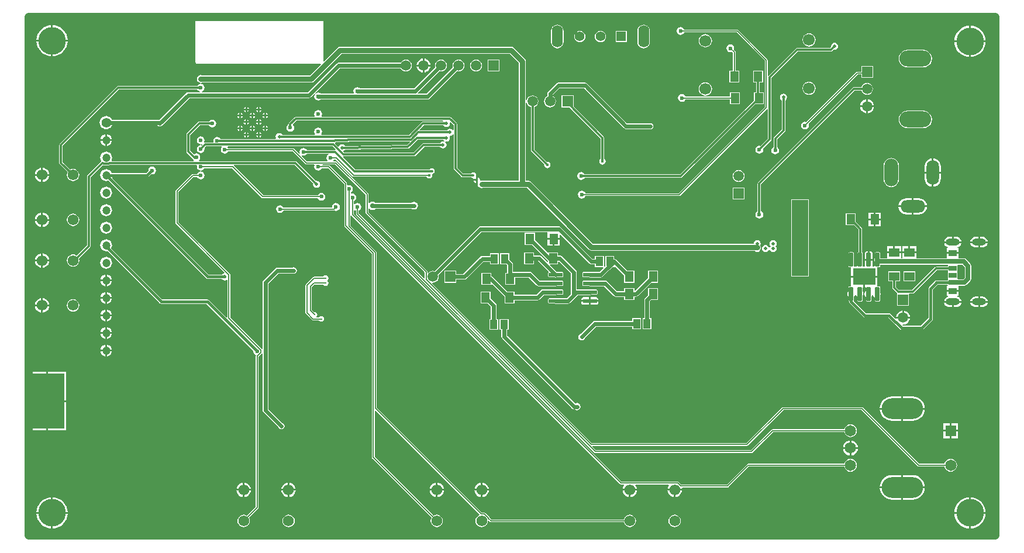
<source format=gbl>
G04 Layer_Physical_Order=2*
G04 Layer_Color=16711680*
%FSLAX44Y44*%
%MOMM*%
G71*
G01*
G75*
%ADD11R,1.5000X1.5000*%
%ADD12R,1.2500X1.5000*%
%ADD13R,1.5000X1.5000*%
%ADD16R,1.5000X1.2500*%
%ADD23R,1.1000X1.4000*%
%ADD41C,0.6000*%
%ADD42C,0.2000*%
%ADD43C,0.3000*%
%ADD44C,0.4000*%
%ADD45C,0.3500*%
%ADD46C,0.8000*%
%ADD49C,1.2000*%
%ADD50C,1.5000*%
%ADD51O,4.6000X2.3000*%
%ADD52C,1.5080*%
%ADD53R,1.5080X1.5080*%
%ADD54O,2.0000X1.0000*%
%ADD55O,2.0000X4.0000*%
%ADD56O,1.8000X3.6000*%
%ADD57O,3.6000X1.8000*%
%ADD58C,1.5750*%
%ADD59C,0.3000*%
%ADD60R,2.4000X11.0000*%
%ADD61O,6.0000X3.0000*%
%ADD62C,1.6500*%
%ADD63R,1.6500X1.6500*%
%ADD64C,1.4080*%
%ADD65R,1.4080X1.4080*%
%ADD66O,1.6000X3.2000*%
%ADD67C,1.7000*%
%ADD68C,1.0000*%
%ADD69C,0.4000*%
%ADD70C,0.7000*%
%ADD71C,0.6000*%
%ADD72C,0.5000*%
%ADD73C,1.4000*%
%ADD74C,1.2000*%
%ADD75C,4.0000*%
%ADD76R,3.3020X2.4130*%
G04:AMPARAMS|DCode=77|XSize=1.97mm|YSize=0.6mm|CornerRadius=0.075mm|HoleSize=0mm|Usage=FLASHONLY|Rotation=270.000|XOffset=0mm|YOffset=0mm|HoleType=Round|Shape=RoundedRectangle|*
%AMROUNDEDRECTD77*
21,1,1.9700,0.4500,0,0,270.0*
21,1,1.8200,0.6000,0,0,270.0*
1,1,0.1500,-0.2250,-0.9100*
1,1,0.1500,-0.2250,0.9100*
1,1,0.1500,0.2250,0.9100*
1,1,0.1500,0.2250,-0.9100*
%
%ADD77ROUNDEDRECTD77*%
%ADD78R,1.1500X0.7000*%
%ADD79R,1.1500X0.8000*%
%ADD80R,1.1500X0.9000*%
G04:AMPARAMS|DCode=81|XSize=1.97mm|YSize=0.57mm|CornerRadius=0.0712mm|HoleSize=0mm|Usage=FLASHONLY|Rotation=180.000|XOffset=0mm|YOffset=0mm|HoleType=Round|Shape=RoundedRectangle|*
%AMROUNDEDRECTD81*
21,1,1.9700,0.4275,0,0,180.0*
21,1,1.8275,0.5700,0,0,180.0*
1,1,0.1425,-0.9137,0.2137*
1,1,0.1425,0.9137,0.2137*
1,1,0.1425,0.9137,-0.2137*
1,1,0.1425,-0.9137,-0.2137*
%
%ADD81ROUNDEDRECTD81*%
%ADD82R,5.0000X8.0000*%
%ADD83C,0.7000*%
G36*
X1661000Y442000D02*
X261000Y442000D01*
X261000Y594460D01*
X286730D01*
Y637000D01*
Y679540D01*
X261000D01*
X261000Y1193000D01*
X502054Y1193000D01*
X502335Y1192709D01*
X502891Y1191730D01*
X502760Y1191075D01*
Y1128075D01*
X502957Y1127084D01*
X503519Y1126244D01*
X504359Y1125682D01*
X505350Y1125485D01*
X683616D01*
X684102Y1124312D01*
X668363Y1108573D01*
X512692D01*
X512512Y1108693D01*
X510350Y1109124D01*
X508188Y1108693D01*
X506356Y1107469D01*
X505131Y1105637D01*
X504701Y1103475D01*
X505131Y1101313D01*
X506356Y1099481D01*
X508188Y1098256D01*
X510350Y1097827D01*
X512512Y1098256D01*
X512692Y1098377D01*
X670475D01*
X672426Y1098765D01*
X674080Y1099870D01*
X714112Y1139902D01*
X957888D01*
X970902Y1126888D01*
Y956098D01*
X919342D01*
X919162Y956219D01*
X917000Y956648D01*
X915703Y956391D01*
X914623Y957471D01*
X914629Y957500D01*
X914277Y959271D01*
X913273Y960773D01*
X911771Y961777D01*
X911270Y961876D01*
Y957500D01*
Y952136D01*
X911526Y951880D01*
X911351Y951000D01*
X911781Y948838D01*
X913006Y947006D01*
X914838Y945781D01*
X917000Y945351D01*
X919162Y945781D01*
X919342Y945902D01*
X982888D01*
X1072395Y856395D01*
X1074049Y855290D01*
X1076000Y854902D01*
X1312009D01*
X1312366Y854366D01*
X1314034Y853252D01*
X1316000Y852861D01*
X1317966Y853252D01*
X1319634Y854366D01*
X1320748Y856033D01*
X1321139Y858000D01*
X1320919Y859102D01*
X1321098Y860000D01*
X1320710Y861951D01*
X1320367Y862464D01*
X1320748Y863034D01*
X1321139Y865000D01*
X1320748Y866966D01*
X1319634Y868634D01*
X1317966Y869748D01*
X1316000Y870139D01*
X1314034Y869748D01*
X1312366Y868634D01*
X1311252Y866966D01*
X1310881Y865098D01*
X1078112D01*
X988605Y954605D01*
X986951Y955710D01*
X985000Y956098D01*
X981098D01*
Y1068549D01*
X982319Y1068781D01*
X983175Y1066713D01*
X984538Y1064938D01*
X986313Y1063575D01*
X988051Y1062856D01*
Y1000400D01*
X988245Y999425D01*
X988798Y998598D01*
X1007541Y979854D01*
X1007371Y979000D01*
X1007723Y977229D01*
X1008727Y975727D01*
X1010229Y974723D01*
X1012000Y974371D01*
X1013771Y974723D01*
X1015273Y975727D01*
X1016277Y977229D01*
X1016629Y979000D01*
X1016277Y980771D01*
X1015273Y982273D01*
X1013771Y983277D01*
X1012000Y983629D01*
X1011146Y983459D01*
X993149Y1001456D01*
Y1062856D01*
X994887Y1063575D01*
X996662Y1064938D01*
X998025Y1066713D01*
X998881Y1068781D01*
X999173Y1071000D01*
X998881Y1073219D01*
X998025Y1075287D01*
X996662Y1077062D01*
X994887Y1078425D01*
X992819Y1079281D01*
X990600Y1079573D01*
X988381Y1079281D01*
X986313Y1078425D01*
X984538Y1077062D01*
X983175Y1075287D01*
X982319Y1073219D01*
X981098Y1073451D01*
Y1129000D01*
X980710Y1130951D01*
X979605Y1132605D01*
X963605Y1148605D01*
X961951Y1149710D01*
X960000Y1150098D01*
X712000D01*
X710049Y1149710D01*
X708395Y1148605D01*
X689113Y1129323D01*
X687940Y1129809D01*
Y1191075D01*
X687810Y1191730D01*
X688365Y1192709D01*
X688646Y1193000D01*
X1661000Y1193000D01*
X1661000Y442000D01*
D02*
G37*
%LPC*%
G36*
X931000Y822500D02*
X916500D01*
Y805500D01*
X931000D01*
Y805823D01*
X932173Y806309D01*
X950000Y788482D01*
Y778500D01*
X964500D01*
Y782922D01*
X998000D01*
X998000Y782922D01*
X999561Y783232D01*
X1000884Y784116D01*
X1007339Y790572D01*
X1024250D01*
X1025229Y790767D01*
X1033388D01*
X1034056Y790899D01*
X1034622Y791278D01*
X1035001Y791844D01*
X1035134Y792513D01*
Y796787D01*
X1035001Y797456D01*
X1034622Y798022D01*
X1034056Y798401D01*
X1033388Y798533D01*
X1025229D01*
X1024250Y798728D01*
X1005650D01*
X1004089Y798418D01*
X1002766Y797534D01*
X1002766Y797534D01*
X996311Y791078D01*
X964500D01*
Y795500D01*
X954518D01*
X933134Y816884D01*
X931811Y817768D01*
X931000Y817929D01*
Y822500D01*
D02*
G37*
G36*
X1072480Y787404D02*
X1064613D01*
X1063343Y787151D01*
X1062268Y786432D01*
X1061549Y785357D01*
X1061296Y784088D01*
Y783220D01*
X1072480D01*
Y787404D01*
D02*
G37*
G36*
X1082887D02*
X1075020D01*
Y783220D01*
X1086204D01*
Y784088D01*
X1085951Y785357D01*
X1085232Y786432D01*
X1084157Y787151D01*
X1082887Y787404D01*
D02*
G37*
G36*
X1642050Y788405D02*
X1638320D01*
Y782070D01*
X1649488D01*
X1649396Y782768D01*
X1648636Y784603D01*
X1647428Y786178D01*
X1645853Y787386D01*
X1644018Y788146D01*
X1642050Y788405D01*
D02*
G37*
G36*
X1607290Y795230D02*
X1599000D01*
X1590710D01*
Y789460D01*
X1592333D01*
X1592416Y788190D01*
X1592082Y788146D01*
X1590247Y787386D01*
X1588672Y786178D01*
X1587464Y784603D01*
X1586704Y782768D01*
X1586612Y782070D01*
X1599050D01*
X1611488D01*
X1611396Y782768D01*
X1610636Y784603D01*
X1609428Y786178D01*
X1607853Y787386D01*
X1606018Y788146D01*
X1605684Y788190D01*
X1605767Y789460D01*
X1607290D01*
Y795230D01*
D02*
G37*
G36*
X1635780Y788405D02*
X1632050D01*
X1630082Y788146D01*
X1628248Y787386D01*
X1626672Y786178D01*
X1625464Y784603D01*
X1624704Y782768D01*
X1624612Y782070D01*
X1635780D01*
Y788405D01*
D02*
G37*
G36*
X1490050Y815730D02*
X1472270D01*
Y802395D01*
X1472282D01*
X1473316Y801350D01*
Y796201D01*
X1473006Y795994D01*
X1471781Y794162D01*
X1471351Y792000D01*
X1471781Y789838D01*
X1473006Y788006D01*
X1473316Y787799D01*
Y783150D01*
X1473452Y782467D01*
X1473838Y781888D01*
X1474417Y781501D01*
X1475100Y781366D01*
X1479600D01*
X1480283Y781501D01*
X1480862Y781888D01*
X1481248Y782467D01*
X1481384Y783150D01*
Y788590D01*
X1482219Y789838D01*
X1482353Y790512D01*
X1483647D01*
X1483781Y789838D01*
X1485006Y788006D01*
X1486016Y787331D01*
Y783150D01*
X1486151Y782467D01*
X1486538Y781888D01*
X1487117Y781501D01*
X1487800Y781366D01*
X1492300D01*
X1492983Y781501D01*
X1493562Y781888D01*
X1493949Y782467D01*
X1494084Y783150D01*
Y789637D01*
X1494219Y789838D01*
X1494648Y792000D01*
X1494219Y794162D01*
X1494084Y794363D01*
Y801350D01*
X1493949Y802033D01*
X1493562Y802612D01*
X1492983Y802999D01*
X1492300Y803134D01*
X1490050D01*
Y815730D01*
D02*
G37*
G36*
X372110Y810580D02*
X364934D01*
X365060Y809621D01*
X365920Y807543D01*
X367289Y805759D01*
X369073Y804390D01*
X371151Y803530D01*
X372110Y803403D01*
Y810580D01*
D02*
G37*
G36*
X381827D02*
X374650D01*
Y803403D01*
X375609Y803530D01*
X377687Y804390D01*
X379471Y805759D01*
X380840Y807543D01*
X381700Y809621D01*
X381827Y810580D01*
D02*
G37*
G36*
X691000Y819119D02*
X689424Y818806D01*
X688087Y817913D01*
X687504Y817039D01*
X674000D01*
X673220Y816884D01*
X672558Y816442D01*
X672558Y816442D01*
X662558Y806442D01*
X662116Y805780D01*
X661961Y805000D01*
Y765000D01*
X662116Y764220D01*
X662558Y763558D01*
X671558Y754558D01*
X672220Y754116D01*
X673000Y753961D01*
X681504D01*
X682087Y753087D01*
X683424Y752194D01*
X685000Y751881D01*
X686576Y752194D01*
X687913Y753087D01*
X688806Y754424D01*
X689119Y756000D01*
X688806Y757576D01*
X687913Y758913D01*
X686576Y759806D01*
X685000Y760119D01*
X683424Y759806D01*
X682087Y758913D01*
X681504Y758039D01*
X678624D01*
X678314Y758496D01*
X678061Y759309D01*
X678806Y760424D01*
X679119Y762000D01*
X678806Y763576D01*
X677913Y764913D01*
X676576Y765806D01*
X675000Y766119D01*
X673970Y765914D01*
X671039Y768845D01*
Y801826D01*
X675174Y805961D01*
X687504D01*
X688087Y805087D01*
X689424Y804194D01*
X691000Y803881D01*
X692576Y804194D01*
X693913Y805087D01*
X694806Y806424D01*
X695119Y808000D01*
X694806Y809576D01*
X694076Y810669D01*
X693980Y811500D01*
X694076Y812331D01*
X694806Y813424D01*
X695119Y815000D01*
X694806Y816576D01*
X693913Y817913D01*
X692576Y818806D01*
X691000Y819119D01*
D02*
G37*
G36*
X957000Y851000D02*
X944000D01*
Y835000D01*
X952732D01*
X954172Y833561D01*
Y822500D01*
X951000D01*
Y805500D01*
X965500D01*
Y815922D01*
X985011D01*
X996466Y804466D01*
X996466Y804466D01*
X997789Y803582D01*
X999350Y803272D01*
X999350Y803272D01*
X1024250D01*
X1025229Y803466D01*
X1033388D01*
X1034056Y803599D01*
X1034622Y803978D01*
X1035001Y804544D01*
X1035134Y805212D01*
Y809488D01*
X1035001Y810156D01*
X1034622Y810722D01*
X1034056Y811101D01*
X1033388Y811234D01*
X1025229D01*
X1024250Y811428D01*
X1001039D01*
X989584Y822884D01*
X988261Y823768D01*
X986700Y824078D01*
X986700Y824078D01*
X962328D01*
Y835250D01*
X962018Y836811D01*
X961134Y838134D01*
X961134Y838134D01*
X957000Y842268D01*
Y851000D01*
D02*
G37*
G36*
X372110Y794896D02*
X371151Y794770D01*
X369073Y793910D01*
X367289Y792541D01*
X365920Y790757D01*
X365060Y788679D01*
X364934Y787720D01*
X372110D01*
Y794896D01*
D02*
G37*
G36*
X374650D02*
Y787720D01*
X381827D01*
X381700Y788679D01*
X380840Y790757D01*
X379471Y792541D01*
X377687Y793910D01*
X375609Y794770D01*
X374650Y794896D01*
D02*
G37*
G36*
X1172500Y825500D02*
X1158000D01*
Y815518D01*
X1139270Y796788D01*
X1138000Y797314D01*
Y800500D01*
X1123500D01*
Y796078D01*
X1112689D01*
X1098534Y810234D01*
X1097211Y811118D01*
X1095650Y811428D01*
X1095650Y811428D01*
X1073750D01*
X1072770Y811234D01*
X1064613D01*
X1063944Y811101D01*
X1063378Y810722D01*
X1062999Y810156D01*
X1062867Y809488D01*
Y805212D01*
X1062999Y804544D01*
X1063378Y803978D01*
X1063944Y803599D01*
X1064613Y803466D01*
X1072770D01*
X1073750Y803272D01*
X1093961D01*
X1108116Y789116D01*
X1109439Y788232D01*
X1111000Y787922D01*
X1123500D01*
Y783500D01*
X1138000D01*
Y787922D01*
X1140250D01*
X1140250Y787922D01*
X1141811Y788232D01*
X1143134Y789116D01*
X1162518Y808500D01*
X1172500D01*
Y825500D01*
D02*
G37*
G36*
X381827Y785180D02*
X374650D01*
Y778003D01*
X375609Y778130D01*
X377687Y778990D01*
X379471Y780359D01*
X380840Y782143D01*
X381700Y784221D01*
X381827Y785180D01*
D02*
G37*
G36*
X290838Y774230D02*
X281770D01*
Y765162D01*
X283219Y765353D01*
X285752Y766403D01*
X287928Y768072D01*
X289597Y770248D01*
X290647Y772781D01*
X290838Y774230D01*
D02*
G37*
G36*
X325500Y784452D02*
X323183Y784146D01*
X321024Y783252D01*
X319170Y781830D01*
X317748Y779976D01*
X316854Y777817D01*
X316548Y775500D01*
X316854Y773183D01*
X317748Y771024D01*
X319170Y769170D01*
X321024Y767748D01*
X323183Y766853D01*
X325500Y766548D01*
X327817Y766853D01*
X329976Y767748D01*
X331830Y769170D01*
X333252Y771024D01*
X334147Y773183D01*
X334452Y775500D01*
X334147Y777817D01*
X333252Y779976D01*
X331830Y781830D01*
X329976Y783252D01*
X327817Y784146D01*
X325500Y784452D01*
D02*
G37*
G36*
X1597780Y779530D02*
X1586612D01*
X1586704Y778832D01*
X1587464Y776998D01*
X1588672Y775422D01*
X1590247Y774214D01*
X1592082Y773454D01*
X1594050Y773195D01*
X1597780D01*
Y779530D01*
D02*
G37*
G36*
X279230Y774230D02*
X270162D01*
X270353Y772781D01*
X271402Y770248D01*
X273072Y768072D01*
X275248Y766403D01*
X277781Y765353D01*
X279230Y765162D01*
Y774230D01*
D02*
G37*
G36*
X1528270Y767959D02*
Y759270D01*
X1536959D01*
X1536782Y760621D01*
X1535770Y763063D01*
X1534161Y765161D01*
X1532063Y766770D01*
X1529621Y767782D01*
X1528270Y767959D01*
D02*
G37*
G36*
X372110Y769497D02*
X371151Y769370D01*
X369073Y768510D01*
X367289Y767141D01*
X365920Y765357D01*
X365060Y763279D01*
X364934Y762320D01*
X372110D01*
Y769497D01*
D02*
G37*
G36*
X374650D02*
Y762320D01*
X381827D01*
X381700Y763279D01*
X380840Y765357D01*
X379471Y767141D01*
X377687Y768510D01*
X375609Y769370D01*
X374650Y769497D01*
D02*
G37*
G36*
X1611488Y779530D02*
X1600320D01*
Y773195D01*
X1604050D01*
X1606018Y773454D01*
X1607853Y774214D01*
X1609428Y775422D01*
X1610636Y776998D01*
X1611396Y778832D01*
X1611488Y779530D01*
D02*
G37*
G36*
X279230Y785838D02*
X277781Y785647D01*
X275248Y784597D01*
X273072Y782928D01*
X271402Y780752D01*
X270353Y778219D01*
X270162Y776770D01*
X279230D01*
Y785838D01*
D02*
G37*
G36*
X281770D02*
Y776770D01*
X290838D01*
X290647Y778219D01*
X289597Y780752D01*
X287928Y782928D01*
X285752Y784597D01*
X283219Y785647D01*
X281770Y785838D01*
D02*
G37*
G36*
X372110Y785180D02*
X364934D01*
X365060Y784221D01*
X365920Y782143D01*
X367289Y780359D01*
X369073Y778990D01*
X371151Y778130D01*
X372110Y778003D01*
Y785180D01*
D02*
G37*
G36*
X1086204Y780680D02*
X1075020D01*
Y776496D01*
X1082887D01*
X1084157Y776749D01*
X1085232Y777468D01*
X1085951Y778543D01*
X1086204Y779812D01*
Y780680D01*
D02*
G37*
G36*
X1635780Y779530D02*
X1624612D01*
X1624704Y778832D01*
X1625464Y776998D01*
X1626672Y775422D01*
X1628248Y774214D01*
X1630082Y773454D01*
X1632050Y773195D01*
X1635780D01*
Y779530D01*
D02*
G37*
G36*
X1649488D02*
X1638320D01*
Y773195D01*
X1642050D01*
X1644018Y773454D01*
X1645853Y774214D01*
X1647428Y775422D01*
X1648636Y776998D01*
X1649396Y778832D01*
X1649488Y779530D01*
D02*
G37*
G36*
X1072480Y780680D02*
X1061296D01*
Y779812D01*
X1061549Y778543D01*
X1062268Y777468D01*
X1063343Y776749D01*
X1064613Y776496D01*
X1072480D01*
Y780680D01*
D02*
G37*
G36*
X1544500Y825000D02*
X1527500D01*
Y810500D01*
X1544500D01*
Y825000D01*
D02*
G37*
G36*
X1635780Y865930D02*
X1624612D01*
X1624704Y865232D01*
X1625464Y863398D01*
X1626672Y861822D01*
X1628248Y860614D01*
X1630082Y859854D01*
X1632050Y859595D01*
X1635780D01*
Y865930D01*
D02*
G37*
G36*
X1649488D02*
X1638320D01*
Y859595D01*
X1642050D01*
X1644018Y859854D01*
X1645853Y860614D01*
X1647428Y861822D01*
X1648636Y863398D01*
X1649396Y865232D01*
X1649488Y865930D01*
D02*
G37*
G36*
X1019980Y870730D02*
X1012460D01*
Y861960D01*
X1019980D01*
Y870730D01*
D02*
G37*
G36*
X1339000Y870139D02*
X1337034Y869748D01*
X1335366Y868634D01*
X1334252Y866966D01*
X1333861Y865000D01*
X1334252Y863034D01*
X1335277Y861500D01*
X1334252Y859967D01*
X1334147Y859439D01*
X1332853D01*
X1332748Y859967D01*
X1331634Y861634D01*
X1329966Y862748D01*
X1328000Y863139D01*
X1326033Y862748D01*
X1324366Y861634D01*
X1323252Y859967D01*
X1322861Y858000D01*
X1323252Y856033D01*
X1324366Y854366D01*
X1326033Y853252D01*
X1328000Y852861D01*
X1329966Y853252D01*
X1331634Y854366D01*
X1332748Y856033D01*
X1332853Y856561D01*
X1334147D01*
X1334252Y856033D01*
X1335366Y854366D01*
X1337034Y853252D01*
X1339000Y852861D01*
X1340966Y853252D01*
X1342634Y854366D01*
X1343748Y856033D01*
X1344139Y858000D01*
X1343748Y859967D01*
X1342723Y861500D01*
X1343748Y863034D01*
X1344139Y865000D01*
X1343748Y866966D01*
X1342634Y868634D01*
X1340966Y869748D01*
X1339000Y870139D01*
D02*
G37*
G36*
X1546040Y861040D02*
X1537270D01*
Y853520D01*
X1546040D01*
Y861040D01*
D02*
G37*
G36*
X1512730D02*
X1503960D01*
Y853520D01*
X1512730D01*
Y861040D01*
D02*
G37*
G36*
X1524040D02*
X1515270D01*
Y853520D01*
X1524040D01*
Y861040D01*
D02*
G37*
G36*
X1030040Y870730D02*
X1022520D01*
Y861960D01*
X1030040D01*
Y870730D01*
D02*
G37*
G36*
X373380Y896664D02*
X371151Y896370D01*
X369073Y895510D01*
X367289Y894141D01*
X365920Y892357D01*
X365060Y890279D01*
X364766Y888050D01*
X365060Y885821D01*
X365920Y883743D01*
X367289Y881959D01*
X369073Y880590D01*
X371151Y879730D01*
X373380Y879436D01*
X375609Y879730D01*
X377687Y880590D01*
X379471Y881959D01*
X380840Y883743D01*
X381700Y885821D01*
X381994Y888050D01*
X381700Y890279D01*
X380840Y892357D01*
X379471Y894141D01*
X377687Y895510D01*
X375609Y896370D01*
X373380Y896664D01*
D02*
G37*
G36*
X279230Y898230D02*
X270162D01*
X270353Y896781D01*
X271403Y894248D01*
X273072Y892072D01*
X275248Y890403D01*
X277781Y889353D01*
X279230Y889162D01*
Y898230D01*
D02*
G37*
G36*
X290838D02*
X281770D01*
Y889162D01*
X283219Y889353D01*
X285752Y890403D01*
X287928Y892072D01*
X289597Y894248D01*
X290647Y896781D01*
X290838Y898230D01*
D02*
G37*
G36*
X1604050Y874805D02*
X1600320D01*
Y868470D01*
X1611488D01*
X1611396Y869168D01*
X1610636Y871003D01*
X1609428Y872578D01*
X1607853Y873786D01*
X1606018Y874546D01*
X1604050Y874805D01*
D02*
G37*
G36*
X1597780D02*
X1594050D01*
X1592082Y874546D01*
X1590247Y873786D01*
X1588672Y872578D01*
X1587464Y871003D01*
X1586704Y869168D01*
X1586612Y868470D01*
X1597780D01*
Y874805D01*
D02*
G37*
G36*
X1635780D02*
X1632050D01*
X1630082Y874546D01*
X1628248Y873786D01*
X1626672Y872578D01*
X1625464Y871003D01*
X1624704Y869168D01*
X1624612Y868470D01*
X1635780D01*
Y874805D01*
D02*
G37*
G36*
X1642050D02*
X1638320D01*
Y868470D01*
X1649488D01*
X1649396Y869168D01*
X1648636Y871003D01*
X1647428Y872578D01*
X1645853Y873786D01*
X1644018Y874546D01*
X1642050Y874805D01*
D02*
G37*
G36*
X279230Y839230D02*
X270162D01*
X270353Y837781D01*
X271402Y835248D01*
X273072Y833072D01*
X275248Y831403D01*
X277781Y830353D01*
X279230Y830162D01*
Y839230D01*
D02*
G37*
G36*
X290838D02*
X281770D01*
Y830162D01*
X283219Y830353D01*
X285752Y831403D01*
X287928Y833072D01*
X289597Y835248D01*
X290647Y837781D01*
X290838Y839230D01*
D02*
G37*
G36*
X1458750Y908500D02*
X1444250D01*
Y891500D01*
X1456395D01*
X1462951Y884944D01*
Y852634D01*
X1462400D01*
X1461717Y852498D01*
X1461138Y852112D01*
X1460751Y851533D01*
X1460616Y850850D01*
Y832650D01*
X1459582Y831605D01*
X1457018D01*
X1455984Y832650D01*
Y850850D01*
X1455849Y851533D01*
X1455462Y852112D01*
X1454883Y852498D01*
X1454200Y852634D01*
X1449700D01*
X1449017Y852498D01*
X1448438Y852112D01*
X1448051Y851533D01*
X1447916Y850850D01*
Y832650D01*
X1448051Y831967D01*
X1448438Y831388D01*
X1449017Y831002D01*
X1449700Y830866D01*
X1451950D01*
Y818270D01*
X1471000D01*
X1490050D01*
Y830866D01*
X1492300D01*
X1492983Y831002D01*
X1493562Y831388D01*
X1493949Y831967D01*
X1494084Y832650D01*
Y834612D01*
X1591868D01*
X1592250Y833500D01*
X1592250Y833500D01*
X1592250D01*
X1592250Y833500D01*
Y831549D01*
X1575000D01*
X1574025Y831355D01*
X1573198Y830802D01*
X1539944Y797549D01*
X1521056D01*
X1516549Y802056D01*
Y810500D01*
X1522500D01*
Y825000D01*
X1505500D01*
Y810500D01*
X1511451D01*
Y801000D01*
X1511645Y800024D01*
X1512198Y799198D01*
X1518198Y793198D01*
X1518339Y793103D01*
X1518500Y791900D01*
X1518500Y791584D01*
Y774900D01*
X1535500D01*
Y791181D01*
X1535500Y791900D01*
X1536542Y792451D01*
X1541000D01*
X1541976Y792645D01*
X1542802Y793198D01*
X1576056Y826451D01*
X1592250D01*
Y824500D01*
X1592250Y824500D01*
Y823500D01*
X1592250D01*
X1592250Y823230D01*
Y815070D01*
X1592250Y814500D01*
X1592250D01*
Y813800D01*
X1592250D01*
Y811859D01*
X1577005D01*
X1576000Y812059D01*
X1574830Y811826D01*
X1574827Y811824D01*
X1573829Y811626D01*
X1572837Y810963D01*
X1572174Y809970D01*
X1572057Y809383D01*
X1564837Y802163D01*
X1564174Y801171D01*
X1563941Y800000D01*
X1563941Y800000D01*
Y757267D01*
X1552733Y746059D01*
X1526493D01*
X1525974Y746727D01*
X1526595Y747927D01*
X1527000Y747873D01*
X1529621Y748218D01*
X1532063Y749230D01*
X1534161Y750839D01*
X1535770Y752937D01*
X1536782Y755379D01*
X1536959Y756730D01*
X1527000D01*
Y758000D01*
D01*
Y756730D01*
X1516167D01*
X1515784Y756541D01*
X1509163Y763163D01*
X1508170Y763826D01*
X1507000Y764059D01*
X1507000Y764059D01*
X1473267D01*
X1455459Y781866D01*
X1455462Y781888D01*
X1455849Y782467D01*
X1455984Y783150D01*
Y788316D01*
X1457169Y790088D01*
X1457402Y791263D01*
X1458697D01*
X1458781Y790838D01*
X1460006Y789006D01*
X1460616Y788598D01*
Y783150D01*
X1460751Y782467D01*
X1461138Y781888D01*
X1461717Y781501D01*
X1462400Y781366D01*
X1466900D01*
X1467583Y781501D01*
X1468162Y781888D01*
X1468548Y782467D01*
X1468684Y783150D01*
Y790039D01*
X1469219Y790838D01*
X1469648Y793000D01*
X1469219Y795162D01*
X1468684Y795961D01*
Y801350D01*
X1469718Y802395D01*
X1469730D01*
Y815730D01*
X1451950D01*
Y803134D01*
X1449700D01*
X1449017Y802999D01*
X1448438Y802612D01*
X1448051Y802033D01*
X1447916Y801350D01*
Y796184D01*
X1446731Y794412D01*
X1446302Y792250D01*
X1446731Y790088D01*
X1447916Y788316D01*
Y783150D01*
X1448051Y782467D01*
X1448438Y781888D01*
X1448891Y781586D01*
Y781050D01*
X1448891Y781050D01*
X1449124Y779880D01*
X1449787Y778887D01*
X1469837Y758837D01*
X1469837Y758837D01*
X1470829Y758174D01*
X1472000Y757941D01*
X1472000Y757941D01*
X1505733D01*
X1522837Y740837D01*
X1523829Y740174D01*
X1525000Y739941D01*
X1525000Y739941D01*
X1554000D01*
X1554000Y739941D01*
X1555170Y740174D01*
X1556163Y740837D01*
X1569163Y753837D01*
X1569163Y753837D01*
X1569826Y754829D01*
X1570059Y756000D01*
X1570059Y756000D01*
Y798733D01*
X1577067Y805741D01*
X1591352D01*
X1592071Y805022D01*
X1591894Y803720D01*
X1591088Y803540D01*
X1590710D01*
Y797770D01*
X1599000D01*
X1607290D01*
Y802942D01*
X1607290Y803540D01*
X1608282Y804212D01*
X1615800D01*
X1617556Y804561D01*
X1619044Y805556D01*
X1624244Y810756D01*
X1625239Y812244D01*
X1625588Y814000D01*
Y833000D01*
X1625239Y834756D01*
X1624244Y836244D01*
X1618044Y842444D01*
X1616556Y843439D01*
X1614800Y843788D01*
X1608282D01*
X1607290Y844460D01*
X1607290Y845058D01*
Y850230D01*
X1599000D01*
X1590710D01*
Y845058D01*
X1590710Y844460D01*
X1589718Y843788D01*
X1546040D01*
Y850980D01*
X1536000D01*
X1525960D01*
Y843788D01*
X1524040D01*
Y850980D01*
X1514000D01*
X1503960D01*
Y843788D01*
X1494500D01*
X1494084Y844204D01*
Y850850D01*
X1493949Y851533D01*
X1493562Y852112D01*
X1492983Y852498D01*
X1492300Y852634D01*
X1487800D01*
X1487117Y852498D01*
X1486538Y852112D01*
X1486151Y851533D01*
X1486016Y850850D01*
Y843812D01*
X1485811Y843506D01*
X1485462Y841750D01*
X1485811Y839994D01*
X1486016Y839688D01*
Y832650D01*
X1484982Y831605D01*
X1483748D01*
X1482942Y832587D01*
X1482955Y832650D01*
Y840480D01*
X1477350D01*
X1471745D01*
Y832650D01*
X1471758Y832587D01*
X1470952Y831605D01*
X1469718D01*
X1468684Y832650D01*
Y850850D01*
X1468548Y851533D01*
X1468162Y852112D01*
X1468049Y852187D01*
Y886000D01*
X1467855Y886975D01*
X1467302Y887802D01*
X1458750Y896355D01*
Y908500D01*
D02*
G37*
G36*
X373380Y845864D02*
X371151Y845570D01*
X369073Y844710D01*
X367289Y843341D01*
X365920Y841557D01*
X365060Y839479D01*
X364766Y837250D01*
X365060Y835021D01*
X365920Y832943D01*
X367289Y831159D01*
X369073Y829790D01*
X371151Y828930D01*
X373380Y828636D01*
X375609Y828930D01*
X377687Y829790D01*
X379471Y831159D01*
X380840Y832943D01*
X381700Y835021D01*
X381994Y837250D01*
X381700Y839479D01*
X380840Y841557D01*
X379471Y843341D01*
X377687Y844710D01*
X375609Y845570D01*
X373380Y845864D01*
D02*
G37*
G36*
X372110Y820296D02*
X371151Y820170D01*
X369073Y819310D01*
X367289Y817941D01*
X365920Y816157D01*
X365060Y814079D01*
X364934Y813120D01*
X372110D01*
Y820296D01*
D02*
G37*
G36*
X374650D02*
Y813120D01*
X381827D01*
X381700Y814079D01*
X380840Y816157D01*
X379471Y817941D01*
X377687Y819310D01*
X375609Y820170D01*
X374650Y820296D01*
D02*
G37*
G36*
X1391000Y929000D02*
X1365000D01*
Y817000D01*
X1391000D01*
Y929000D01*
D02*
G37*
G36*
X994000Y880500D02*
X979500D01*
Y863500D01*
X989482D01*
X1011866Y841116D01*
X1011866Y841116D01*
X1013000Y840359D01*
Y838727D01*
X1011827Y838241D01*
X1003184Y846884D01*
X1001861Y847768D01*
X1000300Y848078D01*
X1000300Y848078D01*
X993000D01*
Y852500D01*
X978500D01*
Y835500D01*
X993000D01*
Y839922D01*
X998611D01*
X1013701Y824831D01*
X1013878Y823422D01*
X1013499Y822856D01*
X1013366Y822188D01*
Y817913D01*
X1013499Y817244D01*
X1013878Y816678D01*
X1014444Y816299D01*
X1015113Y816167D01*
X1023271D01*
X1024250Y815972D01*
X1025229Y816167D01*
X1033388D01*
X1034056Y816299D01*
X1034622Y816678D01*
X1035001Y817244D01*
X1035134Y817913D01*
Y822188D01*
X1035001Y822856D01*
X1034622Y823422D01*
X1034056Y823801D01*
X1033388Y823933D01*
X1026134D01*
X1015741Y834327D01*
X1016227Y835500D01*
X1027500D01*
Y838936D01*
X1028770Y839462D01*
X1046422Y821811D01*
Y792189D01*
X1040261Y786028D01*
X1024250D01*
X1023271Y785834D01*
X1015113D01*
X1014444Y785701D01*
X1013878Y785322D01*
X1013499Y784756D01*
X1013366Y784088D01*
Y779812D01*
X1013499Y779144D01*
X1013878Y778578D01*
X1014444Y778199D01*
X1015113Y778066D01*
X1023271D01*
X1024250Y777872D01*
X1041950D01*
X1041950Y777872D01*
X1043511Y778182D01*
X1044834Y779066D01*
X1053384Y787616D01*
X1056339Y790572D01*
X1073750D01*
X1074729Y790767D01*
X1082887D01*
X1083556Y790899D01*
X1084122Y791278D01*
X1084501Y791844D01*
X1084633Y792513D01*
Y796787D01*
X1084501Y797456D01*
X1084122Y798022D01*
X1083556Y798401D01*
X1082887Y798533D01*
X1074729D01*
X1073750Y798728D01*
X1054650D01*
X1054650Y798728D01*
X1054578Y798787D01*
Y823500D01*
X1054268Y825061D01*
X1053384Y826384D01*
X1053384Y826384D01*
X1032884Y846884D01*
X1031561Y847768D01*
X1030000Y848078D01*
X1030000Y848078D01*
X1027500D01*
Y852500D01*
X1013000D01*
Y852500D01*
X1012305Y852212D01*
X994000Y870518D01*
Y880500D01*
D02*
G37*
G36*
X942000Y851000D02*
X929000D01*
Y847078D01*
X918000D01*
X918000Y847078D01*
X916439Y846768D01*
X915116Y845884D01*
X915116Y845884D01*
X890311Y821078D01*
X879900D01*
Y825500D01*
X862900D01*
Y808500D01*
X879900D01*
Y812922D01*
X892000D01*
X892000Y812922D01*
X893561Y813232D01*
X894884Y814116D01*
X919689Y838922D01*
X929000D01*
Y835000D01*
X942000D01*
Y851000D01*
D02*
G37*
G36*
X1611488Y865930D02*
X1599050D01*
X1586612D01*
X1586704Y865232D01*
X1587464Y863398D01*
X1588672Y861822D01*
X1590247Y860614D01*
X1592082Y859854D01*
X1592416Y859810D01*
X1592333Y858540D01*
X1590710D01*
Y852770D01*
X1599000D01*
X1607290D01*
Y858540D01*
X1605767D01*
X1605684Y859810D01*
X1606018Y859854D01*
X1607853Y860614D01*
X1609428Y861822D01*
X1610636Y863398D01*
X1611396Y865232D01*
X1611488Y865930D01*
D02*
G37*
G36*
X1534730Y861040D02*
X1525960D01*
Y853520D01*
X1534730D01*
Y861040D01*
D02*
G37*
G36*
X1479600Y854204D02*
X1478620D01*
Y843020D01*
X1482955D01*
Y850850D01*
X1482699Y852134D01*
X1481972Y853222D01*
X1480884Y853949D01*
X1479600Y854204D01*
D02*
G37*
G36*
X279230Y850838D02*
X277781Y850647D01*
X275248Y849597D01*
X273072Y847928D01*
X271402Y845752D01*
X270353Y843219D01*
X270162Y841770D01*
X279230D01*
Y850838D01*
D02*
G37*
G36*
X281770D02*
Y841770D01*
X290838D01*
X290647Y843219D01*
X289597Y845752D01*
X287928Y847928D01*
X285752Y849597D01*
X283219Y850647D01*
X281770Y850838D01*
D02*
G37*
G36*
X1476080Y854204D02*
X1475100D01*
X1473816Y853949D01*
X1472728Y853222D01*
X1472001Y852134D01*
X1471745Y850850D01*
Y843020D01*
X1476080D01*
Y854204D01*
D02*
G37*
G36*
X1525730Y767959D02*
X1524379Y767782D01*
X1521937Y766770D01*
X1519839Y765161D01*
X1518230Y763063D01*
X1517218Y760621D01*
X1517041Y759270D01*
X1525730D01*
Y767959D01*
D02*
G37*
G36*
X1141838Y507230D02*
X1132770D01*
Y498162D01*
X1134219Y498353D01*
X1136752Y499403D01*
X1138928Y501072D01*
X1140598Y503247D01*
X1141647Y505781D01*
X1141838Y507230D01*
D02*
G37*
G36*
X1206838D02*
X1197770D01*
Y498162D01*
X1199219Y498353D01*
X1201752Y499403D01*
X1203928Y501072D01*
X1205598Y503247D01*
X1206647Y505781D01*
X1206838Y507230D01*
D02*
G37*
G36*
X862338Y507230D02*
X853270D01*
Y498162D01*
X854719Y498353D01*
X857252Y499403D01*
X859428Y501072D01*
X861097Y503247D01*
X862147Y505781D01*
X862338Y507230D01*
D02*
G37*
G36*
X647838Y507230D02*
X638770D01*
Y498162D01*
X640219Y498353D01*
X642753Y499403D01*
X644928Y501072D01*
X646598Y503247D01*
X647647Y505781D01*
X647838Y507230D01*
D02*
G37*
G36*
X1130230D02*
X1121162D01*
X1121353Y505781D01*
X1122402Y503247D01*
X1124072Y501072D01*
X1126248Y499403D01*
X1128781Y498353D01*
X1130230Y498162D01*
Y507230D01*
D02*
G37*
G36*
X1195230D02*
X1186162D01*
X1186353Y505781D01*
X1187403Y503247D01*
X1189072Y501072D01*
X1191248Y499403D01*
X1193781Y498353D01*
X1195230Y498162D01*
Y507230D01*
D02*
G37*
G36*
X582838D02*
X573770D01*
Y498162D01*
X575219Y498353D01*
X577752Y499403D01*
X579928Y501072D01*
X581598Y503247D01*
X582647Y505781D01*
X582838Y507230D01*
D02*
G37*
G36*
X927338Y507230D02*
X918270D01*
Y498162D01*
X919719Y498353D01*
X922253Y499403D01*
X924428Y501072D01*
X926097Y503247D01*
X927147Y505781D01*
X927338Y507230D01*
D02*
G37*
G36*
X571230Y518838D02*
X569781Y518647D01*
X567248Y517597D01*
X565072Y515928D01*
X563402Y513752D01*
X562353Y511219D01*
X562162Y509770D01*
X571230D01*
Y518838D01*
D02*
G37*
G36*
X636230D02*
X634781Y518647D01*
X632248Y517597D01*
X630072Y515928D01*
X628403Y513752D01*
X627353Y511219D01*
X627162Y509770D01*
X636230D01*
Y518838D01*
D02*
G37*
G36*
X573770Y518838D02*
Y509770D01*
X582838D01*
X582647Y511219D01*
X581598Y513752D01*
X579928Y515928D01*
X577752Y517597D01*
X575219Y518647D01*
X573770Y518838D01*
D02*
G37*
G36*
X853270D02*
Y509770D01*
X862338D01*
X862147Y511219D01*
X861097Y513752D01*
X859428Y515928D01*
X857252Y517597D01*
X854719Y518647D01*
X853270Y518838D01*
D02*
G37*
G36*
X915730Y518838D02*
X914281Y518647D01*
X911748Y517597D01*
X909572Y515928D01*
X907903Y513752D01*
X906853Y511219D01*
X906662Y509770D01*
X915730D01*
Y518838D01*
D02*
G37*
G36*
X850730D02*
X849281Y518647D01*
X846748Y517597D01*
X844572Y515928D01*
X842903Y513752D01*
X841853Y511219D01*
X841662Y509770D01*
X850730D01*
Y518838D01*
D02*
G37*
G36*
X918270Y518838D02*
Y509770D01*
X927338D01*
X927147Y511219D01*
X926097Y513752D01*
X924428Y515928D01*
X922253Y517597D01*
X919719Y518647D01*
X918270Y518838D01*
D02*
G37*
G36*
X636230Y507230D02*
X627162D01*
X627353Y505781D01*
X628403Y503247D01*
X630072Y501072D01*
X632248Y499403D01*
X634781Y498353D01*
X636230Y498162D01*
Y507230D01*
D02*
G37*
G36*
X637500Y472452D02*
X635183Y472146D01*
X633024Y471252D01*
X631170Y469830D01*
X629748Y467976D01*
X628853Y465817D01*
X628549Y463500D01*
X628853Y461183D01*
X629748Y459024D01*
X631170Y457170D01*
X633024Y455748D01*
X635183Y454853D01*
X637500Y454548D01*
X639817Y454853D01*
X641976Y455748D01*
X643830Y457170D01*
X645252Y459024D01*
X646147Y461183D01*
X646452Y463500D01*
X646147Y465817D01*
X645252Y467976D01*
X643830Y469830D01*
X641976Y471252D01*
X639817Y472146D01*
X637500Y472452D01*
D02*
G37*
G36*
X1196500D02*
X1194183Y472146D01*
X1192024Y471252D01*
X1190170Y469830D01*
X1188748Y467976D01*
X1187853Y465817D01*
X1187549Y463500D01*
X1187853Y461183D01*
X1188748Y459024D01*
X1190170Y457170D01*
X1192024Y455748D01*
X1194183Y454853D01*
X1196500Y454548D01*
X1198817Y454853D01*
X1200976Y455748D01*
X1202830Y457170D01*
X1204252Y459024D01*
X1205147Y461183D01*
X1205452Y463500D01*
X1205147Y465817D01*
X1204252Y467976D01*
X1202830Y469830D01*
X1200976Y471252D01*
X1198817Y472146D01*
X1196500Y472452D01*
D02*
G37*
G36*
X293730Y497524D02*
X290581Y497214D01*
X286333Y495925D01*
X282417Y493832D01*
X278985Y491015D01*
X276168Y487583D01*
X274075Y483667D01*
X272786Y479419D01*
X272476Y476270D01*
X293730D01*
Y497524D01*
D02*
G37*
G36*
X1646524Y473730D02*
X1625270D01*
Y452476D01*
X1628419Y452786D01*
X1632667Y454075D01*
X1636583Y456168D01*
X1640015Y458985D01*
X1642832Y462417D01*
X1644925Y466333D01*
X1646214Y470581D01*
X1646524Y473730D01*
D02*
G37*
G36*
X293730D02*
X272476D01*
X272786Y470581D01*
X274075Y466333D01*
X276168Y462417D01*
X278985Y458985D01*
X282417Y456168D01*
X286333Y454075D01*
X290581Y452786D01*
X293730Y452476D01*
Y473730D01*
D02*
G37*
G36*
X317524D02*
X296270D01*
Y452476D01*
X299419Y452786D01*
X303667Y454075D01*
X307583Y456168D01*
X311015Y458985D01*
X313832Y462417D01*
X315925Y466333D01*
X317214Y470581D01*
X317524Y473730D01*
D02*
G37*
G36*
X1622730D02*
X1601476D01*
X1601786Y470581D01*
X1603075Y466333D01*
X1605168Y462417D01*
X1607985Y458985D01*
X1611417Y456168D01*
X1615333Y454075D01*
X1619581Y452786D01*
X1622730Y452476D01*
Y473730D01*
D02*
G37*
G36*
X296270Y497524D02*
Y476270D01*
X317524D01*
X317214Y479419D01*
X315925Y483667D01*
X313832Y487583D01*
X311015Y491015D01*
X307583Y493832D01*
X303667Y495925D01*
X299419Y497214D01*
X296270Y497524D01*
D02*
G37*
G36*
X850730Y507230D02*
X841662D01*
X841853Y505781D01*
X842903Y503247D01*
X844572Y501072D01*
X846748Y499403D01*
X849281Y498353D01*
X850730Y498162D01*
Y507230D01*
D02*
G37*
G36*
X915730D02*
X906662D01*
X906853Y505781D01*
X907903Y503247D01*
X909572Y501072D01*
X911748Y499403D01*
X914281Y498353D01*
X915730Y498162D01*
Y507230D01*
D02*
G37*
G36*
X571230Y507230D02*
X562162D01*
X562353Y505781D01*
X563402Y503247D01*
X565072Y501072D01*
X567248Y499403D01*
X569781Y498353D01*
X571230Y498162D01*
Y507230D01*
D02*
G37*
G36*
X1558500Y510730D02*
X1527270D01*
Y494375D01*
X1541000D01*
X1544438Y494714D01*
X1547745Y495717D01*
X1550792Y497345D01*
X1553463Y499537D01*
X1555654Y502208D01*
X1557283Y505255D01*
X1558286Y508562D01*
X1558500Y510730D01*
D02*
G37*
G36*
X1622730Y497524D02*
X1619581Y497214D01*
X1615333Y495925D01*
X1611417Y493832D01*
X1607985Y491015D01*
X1605168Y487583D01*
X1603075Y483667D01*
X1601786Y479419D01*
X1601476Y476270D01*
X1622730D01*
Y497524D01*
D02*
G37*
G36*
X1625270D02*
Y476270D01*
X1646524D01*
X1646214Y479419D01*
X1644925Y483667D01*
X1642832Y487583D01*
X1640015Y491015D01*
X1636583Y493832D01*
X1632667Y495925D01*
X1628419Y497214D01*
X1625270Y497524D01*
D02*
G37*
G36*
X1524730Y510730D02*
X1493500D01*
X1493714Y508562D01*
X1494717Y505255D01*
X1496346Y502208D01*
X1498537Y499537D01*
X1501208Y497345D01*
X1504255Y495717D01*
X1507562Y494714D01*
X1511000Y494375D01*
X1524730D01*
Y510730D01*
D02*
G37*
G36*
X372110Y718697D02*
X371151Y718570D01*
X369073Y717710D01*
X367289Y716341D01*
X365920Y714557D01*
X365060Y712479D01*
X364934Y711520D01*
X372110D01*
Y718697D01*
D02*
G37*
G36*
X374650D02*
Y711520D01*
X381827D01*
X381700Y712479D01*
X380840Y714557D01*
X379471Y716341D01*
X377687Y717710D01*
X375609Y718570D01*
X374650Y718697D01*
D02*
G37*
G36*
X372110Y734380D02*
X364934D01*
X365060Y733421D01*
X365920Y731343D01*
X367289Y729559D01*
X369073Y728190D01*
X371151Y727330D01*
X372110Y727204D01*
Y734380D01*
D02*
G37*
G36*
X381827Y708980D02*
X374650D01*
Y701804D01*
X375609Y701930D01*
X377687Y702790D01*
X379471Y704159D01*
X380840Y705943D01*
X381700Y708021D01*
X381827Y708980D01*
D02*
G37*
G36*
X1541000Y643625D02*
X1527270D01*
Y627270D01*
X1558500D01*
X1558286Y629438D01*
X1557283Y632745D01*
X1555654Y635792D01*
X1553463Y638463D01*
X1550792Y640655D01*
X1547745Y642283D01*
X1544438Y643286D01*
X1541000Y643625D01*
D02*
G37*
G36*
X315540Y679540D02*
X289270D01*
Y638270D01*
X315540D01*
Y679540D01*
D02*
G37*
G36*
X372110Y708980D02*
X364934D01*
X365060Y708021D01*
X365920Y705943D01*
X367289Y704159D01*
X369073Y702790D01*
X371151Y701930D01*
X372110Y701804D01*
Y708980D01*
D02*
G37*
G36*
X381827Y734380D02*
X374650D01*
Y727204D01*
X375609Y727330D01*
X377687Y728190D01*
X379471Y729559D01*
X380840Y731343D01*
X381700Y733421D01*
X381827Y734380D01*
D02*
G37*
G36*
X372110Y759780D02*
X364934D01*
X365060Y758821D01*
X365920Y756743D01*
X367289Y754959D01*
X369073Y753590D01*
X371151Y752730D01*
X372110Y752604D01*
Y759780D01*
D02*
G37*
G36*
X381827D02*
X374650D01*
Y752604D01*
X375609Y752730D01*
X377687Y753590D01*
X379471Y754959D01*
X380840Y756743D01*
X381700Y758821D01*
X381827Y759780D01*
D02*
G37*
G36*
X1148000Y757000D02*
X1135000D01*
Y753078D01*
X1081000D01*
X1081000Y753078D01*
X1079439Y752768D01*
X1078116Y751884D01*
X1078116Y751884D01*
X1061215Y734983D01*
X1060033Y734748D01*
X1058366Y733634D01*
X1057252Y731966D01*
X1056861Y730000D01*
X1057252Y728034D01*
X1058366Y726366D01*
X1060033Y725252D01*
X1062000Y724861D01*
X1063967Y725252D01*
X1065634Y726366D01*
X1066748Y728034D01*
X1066983Y729215D01*
X1082689Y744922D01*
X1135000D01*
Y741000D01*
X1148000D01*
Y757000D01*
D02*
G37*
G36*
X1172500Y800500D02*
X1158000D01*
Y790518D01*
X1153616Y786134D01*
X1152732Y784811D01*
X1152422Y783250D01*
X1152422Y783250D01*
Y757000D01*
X1150000D01*
Y741000D01*
X1163000D01*
Y757000D01*
X1160578D01*
Y781561D01*
X1162518Y783500D01*
X1172500D01*
Y800500D01*
D02*
G37*
G36*
X372110Y744097D02*
X371151Y743970D01*
X369073Y743110D01*
X367289Y741741D01*
X365920Y739957D01*
X365060Y737879D01*
X364934Y736920D01*
X372110D01*
Y744097D01*
D02*
G37*
G36*
X374650D02*
Y736920D01*
X381827D01*
X381700Y737879D01*
X380840Y739957D01*
X379471Y741741D01*
X377687Y743110D01*
X375609Y743970D01*
X374650Y744097D01*
D02*
G37*
G36*
X930000Y795500D02*
X915500D01*
Y778500D01*
X925482D01*
X930422Y773561D01*
Y756000D01*
X928000D01*
Y740000D01*
X941000D01*
Y756000D01*
X938578D01*
Y775250D01*
X938268Y776811D01*
X937384Y778134D01*
X937384Y778134D01*
X930000Y785518D01*
Y795500D01*
D02*
G37*
G36*
X1524730Y643625D02*
X1511000D01*
X1507562Y643286D01*
X1504255Y642283D01*
X1501208Y640655D01*
X1498537Y638463D01*
X1496346Y635792D01*
X1494717Y632745D01*
X1493714Y629438D01*
X1493500Y627270D01*
X1524730D01*
Y643625D01*
D02*
G37*
G36*
X1461716Y567730D02*
X1452270D01*
Y558284D01*
X1453817Y558488D01*
X1456442Y559575D01*
X1458696Y561304D01*
X1460425Y563558D01*
X1461512Y566183D01*
X1461716Y567730D01*
D02*
G37*
G36*
X1449730Y579716D02*
X1448183Y579512D01*
X1445558Y578425D01*
X1443304Y576696D01*
X1441575Y574441D01*
X1440488Y571817D01*
X1440284Y570270D01*
X1449730D01*
Y579716D01*
D02*
G37*
G36*
X1452270D02*
Y570270D01*
X1461716D01*
X1461512Y571817D01*
X1460425Y574441D01*
X1458696Y576696D01*
X1456442Y578425D01*
X1453817Y579512D01*
X1452270Y579716D01*
D02*
G37*
G36*
X1449730Y567730D02*
X1440284D01*
X1440488Y566183D01*
X1441575Y563558D01*
X1443304Y561304D01*
X1445558Y559575D01*
X1448183Y558488D01*
X1449730Y558284D01*
Y567730D01*
D02*
G37*
G36*
X638770Y518838D02*
Y509770D01*
X647838D01*
X647647Y511219D01*
X646598Y513752D01*
X644928Y515928D01*
X642753Y517597D01*
X640219Y518647D01*
X638770Y518838D01*
D02*
G37*
G36*
X1524730Y529625D02*
X1511000D01*
X1507562Y529286D01*
X1504255Y528283D01*
X1501208Y526655D01*
X1498537Y524463D01*
X1496346Y521792D01*
X1494717Y518745D01*
X1493714Y515438D01*
X1493500Y513270D01*
X1524730D01*
Y529625D01*
D02*
G37*
G36*
X1541000D02*
X1527270D01*
Y513270D01*
X1558500D01*
X1558286Y515438D01*
X1557283Y518745D01*
X1555654Y521792D01*
X1553463Y524463D01*
X1550792Y526655D01*
X1547745Y528283D01*
X1544438Y529286D01*
X1541000Y529625D01*
D02*
G37*
G36*
X1594730Y592730D02*
X1585210D01*
Y583210D01*
X1594730D01*
Y592730D01*
D02*
G37*
G36*
X1524730Y624730D02*
X1493500D01*
X1493714Y622561D01*
X1494717Y619255D01*
X1496346Y616208D01*
X1498537Y613537D01*
X1501208Y611345D01*
X1504255Y609717D01*
X1507562Y608714D01*
X1511000Y608375D01*
X1524730D01*
Y624730D01*
D02*
G37*
G36*
X1558500D02*
X1527270D01*
Y608375D01*
X1541000D01*
X1544438Y608714D01*
X1547745Y609717D01*
X1550792Y611345D01*
X1553463Y613537D01*
X1555654Y616208D01*
X1557283Y619255D01*
X1558286Y622561D01*
X1558500Y624730D01*
D02*
G37*
G36*
X956000Y756000D02*
X943000D01*
Y740000D01*
X945422D01*
Y730500D01*
X945422Y730500D01*
X945732Y728939D01*
X946616Y727616D01*
X1048116Y626116D01*
X1048116Y626116D01*
X1049439Y625232D01*
X1051000Y624922D01*
X1052032D01*
X1053034Y624252D01*
X1055000Y623861D01*
X1056966Y624252D01*
X1058634Y625366D01*
X1059748Y627034D01*
X1060139Y629000D01*
X1059748Y630966D01*
X1058634Y632634D01*
X1056966Y633748D01*
X1055000Y634139D01*
X1053034Y633748D01*
X1052426Y633342D01*
X953578Y732189D01*
Y740000D01*
X956000D01*
Y756000D01*
D02*
G37*
G36*
X1606790Y604790D02*
X1597270D01*
Y595270D01*
X1606790D01*
Y604790D01*
D02*
G37*
G36*
Y592730D02*
X1597270D01*
Y583210D01*
X1606790D01*
Y592730D01*
D02*
G37*
G36*
X315540Y635730D02*
X289270D01*
Y594460D01*
X315540D01*
Y635730D01*
D02*
G37*
G36*
X1594730Y604790D02*
X1585210D01*
Y595270D01*
X1594730D01*
Y604790D01*
D02*
G37*
G36*
X1484730Y898730D02*
X1477210D01*
Y889960D01*
X1484730D01*
Y898730D01*
D02*
G37*
G36*
X584080Y1054217D02*
X583774Y1054156D01*
X582437Y1053263D01*
X581544Y1051926D01*
X581483Y1051620D01*
X584080D01*
Y1054217D01*
D02*
G37*
G36*
X586620D02*
Y1051620D01*
X589216D01*
X589156Y1051926D01*
X588263Y1053263D01*
X586926Y1054156D01*
X586620Y1054217D01*
D02*
G37*
G36*
X602430D02*
X602124Y1054156D01*
X600787Y1053263D01*
X599894Y1051926D01*
X599833Y1051620D01*
X602430D01*
Y1054217D01*
D02*
G37*
G36*
X568270D02*
Y1051620D01*
X570867D01*
X570806Y1051926D01*
X569913Y1053263D01*
X568576Y1054156D01*
X568270Y1054217D01*
D02*
G37*
G36*
X602430Y1049080D02*
X599833D01*
X599894Y1048774D01*
X600787Y1047437D01*
X602124Y1046544D01*
X602430Y1046484D01*
Y1049080D01*
D02*
G37*
G36*
X607566D02*
X604970D01*
Y1046484D01*
X605276Y1046544D01*
X606613Y1047437D01*
X607506Y1048774D01*
X607566Y1049080D01*
D02*
G37*
G36*
X565730Y1054217D02*
X565424Y1054156D01*
X564087Y1053263D01*
X563194Y1051926D01*
X563134Y1051620D01*
X565730D01*
Y1054217D01*
D02*
G37*
G36*
X580042Y1058255D02*
X577445D01*
Y1055658D01*
X577751Y1055719D01*
X579088Y1056612D01*
X579981Y1057949D01*
X580042Y1058255D01*
D02*
G37*
G36*
X593255D02*
X590658D01*
X590719Y1057949D01*
X591612Y1056612D01*
X592949Y1055719D01*
X593255Y1055658D01*
Y1058255D01*
D02*
G37*
G36*
X598391D02*
X595795D01*
Y1055658D01*
X596101Y1055719D01*
X597438Y1056612D01*
X598331Y1057949D01*
X598391Y1058255D01*
D02*
G37*
G36*
X574905D02*
X572309D01*
X572369Y1057949D01*
X573262Y1056612D01*
X574599Y1055719D01*
X574905Y1055658D01*
Y1058255D01*
D02*
G37*
G36*
X604970Y1054217D02*
Y1051620D01*
X607566D01*
X607506Y1051926D01*
X606613Y1053263D01*
X605276Y1054156D01*
X604970Y1054217D01*
D02*
G37*
G36*
X1485000Y1062730D02*
X1476270D01*
Y1054000D01*
X1477631Y1054180D01*
X1480083Y1055195D01*
X1482189Y1056811D01*
X1483805Y1058916D01*
X1484821Y1061369D01*
X1485000Y1062730D01*
D02*
G37*
G36*
X1473730D02*
X1465000D01*
X1465179Y1061369D01*
X1466195Y1058916D01*
X1467811Y1056811D01*
X1469917Y1055195D01*
X1472369Y1054180D01*
X1473730Y1054000D01*
Y1062730D01*
D02*
G37*
G36*
X589216Y1049080D02*
X586620D01*
Y1046484D01*
X586926Y1046544D01*
X588263Y1047437D01*
X589156Y1048774D01*
X589216Y1049080D01*
D02*
G37*
G36*
X580042Y1039905D02*
X577445D01*
Y1037309D01*
X577751Y1037369D01*
X579088Y1038262D01*
X579981Y1039599D01*
X580042Y1039905D01*
D02*
G37*
G36*
X593255D02*
X590658D01*
X590719Y1039599D01*
X591612Y1038262D01*
X592949Y1037369D01*
X593255Y1037309D01*
Y1039905D01*
D02*
G37*
G36*
X598391D02*
X595795D01*
Y1037309D01*
X596101Y1037369D01*
X597438Y1038262D01*
X598331Y1039599D01*
X598391Y1039905D01*
D02*
G37*
G36*
X574905D02*
X572309D01*
X572369Y1039599D01*
X573262Y1038262D01*
X574599Y1037369D01*
X574905Y1037309D01*
Y1039905D01*
D02*
G37*
G36*
X604970Y1035866D02*
Y1033270D01*
X607566D01*
X607506Y1033576D01*
X606613Y1034913D01*
X605276Y1035806D01*
X604970Y1035866D01*
D02*
G37*
G36*
X527000Y1044649D02*
X524838Y1044219D01*
X523006Y1042994D01*
X522040Y1041549D01*
X508000D01*
X507024Y1041355D01*
X506198Y1040802D01*
X490198Y1024802D01*
X489645Y1023976D01*
X489451Y1023000D01*
Y999000D01*
X489645Y998025D01*
X490198Y997198D01*
X498589Y988806D01*
X498782Y987838D01*
X500006Y986006D01*
X500323Y985794D01*
X499938Y984524D01*
X381680D01*
X381026Y985794D01*
X381700Y987421D01*
X381994Y989650D01*
X381700Y991879D01*
X380840Y993957D01*
X379471Y995741D01*
X377687Y997110D01*
X375609Y997970D01*
X373380Y998264D01*
X371151Y997970D01*
X369073Y997110D01*
X367289Y995741D01*
X365920Y993957D01*
X365060Y991879D01*
X364766Y989650D01*
X365060Y987421D01*
X365920Y985343D01*
X366341Y984795D01*
X366173Y983777D01*
X346198Y963802D01*
X345645Y962975D01*
X345451Y962000D01*
Y862056D01*
X330922Y847526D01*
X329976Y848252D01*
X327817Y849147D01*
X325500Y849452D01*
X323183Y849147D01*
X321024Y848252D01*
X319170Y846830D01*
X317748Y844976D01*
X316854Y842817D01*
X316548Y840500D01*
X316854Y838183D01*
X317748Y836024D01*
X319170Y834170D01*
X321024Y832748D01*
X323183Y831853D01*
X325500Y831548D01*
X327817Y831853D01*
X329976Y832748D01*
X331830Y834170D01*
X333252Y836024D01*
X334147Y838183D01*
X334452Y840500D01*
X334147Y842817D01*
X333934Y843329D01*
X349802Y859198D01*
X350355Y860024D01*
X350549Y861000D01*
Y960944D01*
X368594Y978989D01*
X368884Y978795D01*
X369859Y978601D01*
X376901D01*
X377876Y978795D01*
X378703Y979348D01*
X378782Y979426D01*
X504248D01*
X505036Y978156D01*
X504701Y976475D01*
X505131Y974313D01*
X506356Y972481D01*
X508188Y971256D01*
X510350Y970826D01*
X512512Y971256D01*
X514344Y972481D01*
X515569Y974313D01*
X515593Y974436D01*
X555680D01*
X598558Y931558D01*
X598558Y931558D01*
X599220Y931116D01*
X600000Y930961D01*
X600000Y930961D01*
X679757D01*
X679781Y930838D01*
X681006Y929006D01*
X682838Y927781D01*
X685000Y927352D01*
X687162Y927781D01*
X688994Y929006D01*
X690219Y930838D01*
X690648Y933000D01*
X690219Y935162D01*
X688994Y936994D01*
X687162Y938219D01*
X685000Y938649D01*
X682838Y938219D01*
X681006Y936994D01*
X679781Y935162D01*
X679757Y935039D01*
X600845D01*
X557967Y977917D01*
X557609Y978156D01*
X557955Y979426D01*
X645969D01*
X673116Y952280D01*
X672861Y951000D01*
X673252Y949034D01*
X674366Y947366D01*
X676033Y946252D01*
X678000Y945861D01*
X679967Y946252D01*
X681634Y947366D01*
X682748Y949034D01*
X683139Y951000D01*
X682748Y952967D01*
X681634Y954634D01*
X679967Y955748D01*
X678000Y956139D01*
X676721Y955884D01*
X648827Y983777D01*
X648000Y984330D01*
X647025Y984524D01*
X508062D01*
X507677Y985794D01*
X507994Y986006D01*
X509219Y987838D01*
X509649Y990000D01*
X509219Y992162D01*
X507994Y993994D01*
X506162Y995219D01*
X504000Y995648D01*
X501838Y995219D01*
X500368Y994236D01*
X494549Y1000056D01*
Y1021944D01*
X509056Y1036451D01*
X522040D01*
X523006Y1035006D01*
X524838Y1033781D01*
X527000Y1033352D01*
X529162Y1033781D01*
X530994Y1035006D01*
X532219Y1036838D01*
X532649Y1039000D01*
X532219Y1041162D01*
X530994Y1042994D01*
X529162Y1044219D01*
X527000Y1044649D01*
D02*
G37*
G36*
X1059000Y1173109D02*
X1056901Y1172833D01*
X1054945Y1172023D01*
X1053266Y1170734D01*
X1051977Y1169055D01*
X1051167Y1167099D01*
X1050891Y1165000D01*
X1051167Y1162901D01*
X1051977Y1160945D01*
X1053266Y1159266D01*
X1054945Y1157977D01*
X1056901Y1157167D01*
X1059000Y1156891D01*
X1061099Y1157167D01*
X1063055Y1157977D01*
X1064734Y1159266D01*
X1066023Y1160945D01*
X1066833Y1162901D01*
X1067109Y1165000D01*
X1066833Y1167099D01*
X1066023Y1169055D01*
X1064734Y1170734D01*
X1063055Y1172023D01*
X1061099Y1172833D01*
X1059000Y1173109D01*
D02*
G37*
G36*
X565730Y1049080D02*
X563134D01*
X563194Y1048774D01*
X564087Y1047437D01*
X565424Y1046544D01*
X565730Y1046484D01*
Y1049080D01*
D02*
G37*
G36*
X570867D02*
X568270D01*
Y1046484D01*
X568576Y1046544D01*
X569913Y1047437D01*
X570806Y1048774D01*
X570867Y1049080D01*
D02*
G37*
G36*
X584080D02*
X581483D01*
X581544Y1048774D01*
X582437Y1047437D01*
X583774Y1046544D01*
X584080Y1046484D01*
Y1049080D01*
D02*
G37*
G36*
X595795Y1045042D02*
Y1042445D01*
X598391D01*
X598331Y1042751D01*
X597438Y1044088D01*
X596101Y1044981D01*
X595795Y1045042D01*
D02*
G37*
G36*
X574905D02*
X574599Y1044981D01*
X573262Y1044088D01*
X572369Y1042751D01*
X572309Y1042445D01*
X574905D01*
Y1045042D01*
D02*
G37*
G36*
X577445D02*
Y1042445D01*
X580042D01*
X579981Y1042751D01*
X579088Y1044088D01*
X577751Y1044981D01*
X577445Y1045042D01*
D02*
G37*
G36*
X593255D02*
X592949Y1044981D01*
X591612Y1044088D01*
X590719Y1042751D01*
X590658Y1042445D01*
X593255D01*
Y1045042D01*
D02*
G37*
G36*
X574905Y1063391D02*
X574599Y1063331D01*
X573262Y1062438D01*
X572369Y1061101D01*
X572309Y1060795D01*
X574905D01*
Y1063391D01*
D02*
G37*
G36*
X834070Y1132959D02*
Y1124270D01*
X842759D01*
X842582Y1125621D01*
X841570Y1128063D01*
X839961Y1130161D01*
X837863Y1131770D01*
X835421Y1132782D01*
X834070Y1132959D01*
D02*
G37*
G36*
X1622730Y1156730D02*
X1601476D01*
X1601786Y1153581D01*
X1603075Y1149333D01*
X1605168Y1145417D01*
X1607985Y1141985D01*
X1611417Y1139168D01*
X1615333Y1137075D01*
X1619581Y1135786D01*
X1622730Y1135476D01*
Y1156730D01*
D02*
G37*
G36*
X1646524D02*
X1625270D01*
Y1135476D01*
X1628419Y1135786D01*
X1632667Y1137075D01*
X1636583Y1139168D01*
X1640015Y1141985D01*
X1642832Y1145417D01*
X1644925Y1149333D01*
X1646214Y1153581D01*
X1646524Y1156730D01*
D02*
G37*
G36*
X831530Y1132959D02*
X830179Y1132782D01*
X827737Y1131770D01*
X825639Y1130161D01*
X824030Y1128063D01*
X823018Y1125621D01*
X822841Y1124270D01*
X831530D01*
Y1132959D01*
D02*
G37*
G36*
X909000Y1131573D02*
X906781Y1131281D01*
X904713Y1130425D01*
X902938Y1129062D01*
X901575Y1127287D01*
X900719Y1125219D01*
X900427Y1123000D01*
X900719Y1120781D01*
X901575Y1118713D01*
X902938Y1116938D01*
X904713Y1115575D01*
X906781Y1114719D01*
X909000Y1114427D01*
X911219Y1114719D01*
X913287Y1115575D01*
X915062Y1116938D01*
X916425Y1118713D01*
X917281Y1120781D01*
X917573Y1123000D01*
X917281Y1125219D01*
X916425Y1127287D01*
X915062Y1129062D01*
X913287Y1130425D01*
X911219Y1131281D01*
X909000Y1131573D01*
D02*
G37*
G36*
X942900Y1131500D02*
X925900D01*
Y1114500D01*
X942900D01*
Y1131500D01*
D02*
G37*
G36*
X1556500Y1145608D02*
X1533500D01*
X1530237Y1145178D01*
X1527196Y1143919D01*
X1524585Y1141915D01*
X1522581Y1139304D01*
X1521322Y1136263D01*
X1520892Y1133000D01*
X1521322Y1129737D01*
X1522581Y1126696D01*
X1524585Y1124085D01*
X1527196Y1122081D01*
X1530237Y1120822D01*
X1533500Y1120392D01*
X1556500D01*
X1559763Y1120822D01*
X1562804Y1122081D01*
X1565415Y1124085D01*
X1567419Y1126696D01*
X1568678Y1129737D01*
X1569108Y1133000D01*
X1568678Y1136263D01*
X1567419Y1139304D01*
X1565415Y1141915D01*
X1562804Y1143919D01*
X1559763Y1145178D01*
X1556500Y1145608D01*
D02*
G37*
G36*
X1151500Y1182078D02*
X1149150Y1181768D01*
X1146961Y1180862D01*
X1145081Y1179419D01*
X1143639Y1177539D01*
X1142732Y1175350D01*
X1142422Y1173000D01*
Y1157000D01*
X1142732Y1154650D01*
X1143639Y1152461D01*
X1145081Y1150581D01*
X1146961Y1149138D01*
X1149150Y1148232D01*
X1151500Y1147922D01*
X1153849Y1148232D01*
X1156039Y1149138D01*
X1157919Y1150581D01*
X1159361Y1152461D01*
X1160268Y1154650D01*
X1160578Y1157000D01*
Y1173000D01*
X1160268Y1175350D01*
X1159361Y1177539D01*
X1157919Y1179419D01*
X1156039Y1180862D01*
X1153849Y1181768D01*
X1151500Y1182078D01*
D02*
G37*
G36*
X1241000Y1168582D02*
X1238520Y1168255D01*
X1236209Y1167298D01*
X1234225Y1165776D01*
X1232702Y1163791D01*
X1231745Y1161480D01*
X1231418Y1159000D01*
X1231745Y1156520D01*
X1232702Y1154209D01*
X1234225Y1152225D01*
X1236209Y1150702D01*
X1238520Y1149745D01*
X1241000Y1149418D01*
X1243480Y1149745D01*
X1245791Y1150702D01*
X1247775Y1152225D01*
X1249298Y1154209D01*
X1250256Y1156520D01*
X1250582Y1159000D01*
X1250256Y1161480D01*
X1249298Y1163791D01*
X1247775Y1165776D01*
X1245791Y1167298D01*
X1243480Y1168255D01*
X1241000Y1168582D01*
D02*
G37*
G36*
X1391000Y1169582D02*
X1388520Y1169256D01*
X1386209Y1168298D01*
X1384225Y1166776D01*
X1382702Y1164791D01*
X1381745Y1162480D01*
X1381418Y1160000D01*
X1381745Y1157520D01*
X1382702Y1155209D01*
X1384225Y1153225D01*
X1386209Y1151702D01*
X1388520Y1150745D01*
X1391000Y1150418D01*
X1393480Y1150745D01*
X1395791Y1151702D01*
X1397776Y1153225D01*
X1399298Y1155209D01*
X1400255Y1157520D01*
X1400582Y1160000D01*
X1400255Y1162480D01*
X1399298Y1164791D01*
X1397776Y1166776D01*
X1395791Y1168298D01*
X1393480Y1169256D01*
X1391000Y1169582D01*
D02*
G37*
G36*
X1026500Y1182078D02*
X1024150Y1181768D01*
X1021961Y1180862D01*
X1020081Y1179419D01*
X1018639Y1177539D01*
X1017732Y1175350D01*
X1017422Y1173000D01*
Y1157000D01*
X1017732Y1154650D01*
X1018639Y1152461D01*
X1020081Y1150581D01*
X1021961Y1149138D01*
X1024150Y1148232D01*
X1026500Y1147922D01*
X1028849Y1148232D01*
X1031039Y1149138D01*
X1032919Y1150581D01*
X1034361Y1152461D01*
X1035268Y1154650D01*
X1035578Y1157000D01*
Y1173000D01*
X1035268Y1175350D01*
X1034361Y1177539D01*
X1032919Y1179419D01*
X1031039Y1180862D01*
X1028849Y1181768D01*
X1026500Y1182078D01*
D02*
G37*
G36*
X293730Y1157730D02*
X272476D01*
X272786Y1154581D01*
X274075Y1150333D01*
X276168Y1146417D01*
X278985Y1142985D01*
X282417Y1140168D01*
X286333Y1138075D01*
X290581Y1136786D01*
X293730Y1136476D01*
Y1157730D01*
D02*
G37*
G36*
X317524D02*
X296270D01*
Y1136476D01*
X299419Y1136786D01*
X303667Y1138075D01*
X307583Y1140168D01*
X311015Y1142985D01*
X313832Y1146417D01*
X315925Y1150333D01*
X317214Y1154581D01*
X317524Y1157730D01*
D02*
G37*
G36*
X1205000Y1178649D02*
X1202838Y1178219D01*
X1201006Y1176994D01*
X1199781Y1175162D01*
X1199352Y1173000D01*
X1199781Y1170838D01*
X1201006Y1169006D01*
X1202838Y1167781D01*
X1205000Y1167352D01*
X1207162Y1167781D01*
X1208994Y1169006D01*
X1210219Y1170838D01*
X1210243Y1170961D01*
X1286155D01*
X1326961Y1130155D01*
Y1062845D01*
X1202155Y938039D01*
X1067243D01*
X1067219Y938162D01*
X1065994Y939994D01*
X1064162Y941219D01*
X1062000Y941648D01*
X1059838Y941219D01*
X1058006Y939994D01*
X1056781Y938162D01*
X1056351Y936000D01*
X1056781Y933838D01*
X1058006Y932006D01*
X1059838Y930781D01*
X1062000Y930351D01*
X1064162Y930781D01*
X1065994Y932006D01*
X1067219Y933838D01*
X1067243Y933961D01*
X1203000D01*
X1203780Y934116D01*
X1204442Y934558D01*
X1330181Y1060297D01*
X1331207Y1059999D01*
X1331451Y1059821D01*
Y1017056D01*
X1320705Y1006309D01*
X1319000Y1006648D01*
X1316838Y1006219D01*
X1315006Y1004994D01*
X1313781Y1003162D01*
X1313351Y1001000D01*
X1313781Y998838D01*
X1315006Y997006D01*
X1316838Y995781D01*
X1319000Y995351D01*
X1321162Y995781D01*
X1322994Y997006D01*
X1324219Y998838D01*
X1324648Y1001000D01*
X1324309Y1002705D01*
X1335802Y1014198D01*
X1336355Y1015024D01*
X1336549Y1016000D01*
Y1104944D01*
X1375056Y1143451D01*
X1423000D01*
X1423976Y1143645D01*
X1424802Y1144198D01*
X1426721Y1146116D01*
X1428000Y1145861D01*
X1429966Y1146252D01*
X1431634Y1147366D01*
X1432748Y1149034D01*
X1433139Y1151000D01*
X1432748Y1152967D01*
X1431634Y1154634D01*
X1429966Y1155748D01*
X1428000Y1156139D01*
X1426033Y1155748D01*
X1424366Y1154634D01*
X1423252Y1152967D01*
X1422861Y1151000D01*
X1423116Y1149721D01*
X1421944Y1148549D01*
X1374000D01*
X1373024Y1148355D01*
X1372198Y1147802D01*
X1332309Y1107914D01*
X1331842Y1107972D01*
X1331039Y1108355D01*
Y1131000D01*
X1331039Y1131000D01*
X1330884Y1131780D01*
X1330442Y1132442D01*
X1288442Y1174442D01*
X1287780Y1174884D01*
X1287000Y1175039D01*
X1210243D01*
X1210219Y1175162D01*
X1208994Y1176994D01*
X1207162Y1178219D01*
X1205000Y1178649D01*
D02*
G37*
G36*
X883600Y1131573D02*
X881381Y1131281D01*
X879313Y1130425D01*
X877538Y1129062D01*
X876175Y1127287D01*
X875319Y1125219D01*
X875027Y1123000D01*
X875319Y1120781D01*
X875405Y1120573D01*
X836986Y1082153D01*
X824852D01*
X824806Y1082211D01*
X824391Y1083423D01*
X855773Y1114805D01*
X855981Y1114719D01*
X858200Y1114427D01*
X860419Y1114719D01*
X862487Y1115575D01*
X864262Y1116938D01*
X865625Y1118713D01*
X866481Y1120781D01*
X866773Y1123000D01*
X866481Y1125219D01*
X865625Y1127287D01*
X864262Y1129062D01*
X862487Y1130425D01*
X860419Y1131281D01*
X858200Y1131573D01*
X855981Y1131281D01*
X853913Y1130425D01*
X852138Y1129062D01*
X850775Y1127287D01*
X849919Y1125219D01*
X849627Y1123000D01*
X849919Y1120781D01*
X850005Y1120573D01*
X819511Y1090078D01*
X740868D01*
X739162Y1091219D01*
X737000Y1091648D01*
X734838Y1091219D01*
X733006Y1089994D01*
X731781Y1088162D01*
X731351Y1086000D01*
X731781Y1083838D01*
X732159Y1083273D01*
X731560Y1082153D01*
X684218D01*
X682512Y1083294D01*
X680350Y1083724D01*
X678188Y1083294D01*
X677190Y1082627D01*
X676381Y1083613D01*
X711689Y1118922D01*
X799889D01*
X799975Y1118713D01*
X801338Y1116938D01*
X803113Y1115575D01*
X805181Y1114719D01*
X807400Y1114427D01*
X809619Y1114719D01*
X811687Y1115575D01*
X813462Y1116938D01*
X814825Y1118713D01*
X815681Y1120781D01*
X815973Y1123000D01*
X815681Y1125219D01*
X814825Y1127287D01*
X813462Y1129062D01*
X811687Y1130425D01*
X809619Y1131281D01*
X807400Y1131573D01*
X805181Y1131281D01*
X803113Y1130425D01*
X801338Y1129062D01*
X799975Y1127287D01*
X799889Y1127078D01*
X710000D01*
X710000Y1127078D01*
X708439Y1126768D01*
X707116Y1125884D01*
X707116Y1125884D01*
X665311Y1084078D01*
X511591D01*
X511466Y1085348D01*
X512512Y1085556D01*
X514344Y1086781D01*
X515569Y1088613D01*
X515998Y1090775D01*
X515569Y1092937D01*
X514344Y1094769D01*
X512512Y1095993D01*
X510350Y1096423D01*
X508188Y1095993D01*
X506356Y1094769D01*
X505390Y1093324D01*
X390775D01*
X389799Y1093130D01*
X388973Y1092577D01*
X306198Y1009802D01*
X305645Y1008976D01*
X305451Y1008000D01*
Y982000D01*
X305645Y981025D01*
X306198Y980198D01*
X317652Y968744D01*
X316854Y966817D01*
X316549Y964500D01*
X316854Y962183D01*
X317748Y960024D01*
X319170Y958170D01*
X321024Y956748D01*
X323183Y955854D01*
X325500Y955548D01*
X327817Y955854D01*
X329976Y956748D01*
X331830Y958170D01*
X333252Y960024D01*
X334147Y962183D01*
X334452Y964500D01*
X334147Y966817D01*
X333252Y968976D01*
X331830Y970830D01*
X329976Y972252D01*
X327817Y973147D01*
X325500Y973452D01*
X323183Y973147D01*
X321256Y972348D01*
X310549Y983056D01*
Y1006944D01*
X391831Y1088226D01*
X505390D01*
X506356Y1086781D01*
X508188Y1085556D01*
X509235Y1085348D01*
X509109Y1084078D01*
X492000D01*
X490439Y1083768D01*
X489116Y1082884D01*
X489116Y1082884D01*
X450560Y1044327D01*
X449550Y1044528D01*
X449550Y1044528D01*
X382017D01*
X381713Y1045261D01*
X380184Y1047254D01*
X378191Y1048783D01*
X375870Y1049744D01*
X373380Y1050072D01*
X370890Y1049744D01*
X368569Y1048783D01*
X366576Y1047254D01*
X365047Y1045261D01*
X364086Y1042940D01*
X363758Y1040450D01*
X364086Y1037960D01*
X365047Y1035639D01*
X366576Y1033646D01*
X368569Y1032117D01*
X370890Y1031155D01*
X373380Y1030828D01*
X375870Y1031155D01*
X378191Y1032117D01*
X380184Y1033646D01*
X381713Y1035639D01*
X382017Y1036372D01*
X447861D01*
X448116Y1036116D01*
X448116Y1036116D01*
X449439Y1035232D01*
X451000Y1034922D01*
X452561Y1035232D01*
X453884Y1036116D01*
X493689Y1075922D01*
X667000D01*
X667000Y1075922D01*
X668561Y1076232D01*
X669884Y1077116D01*
X674812Y1082044D01*
X675798Y1081235D01*
X675132Y1080237D01*
X674702Y1078075D01*
X675132Y1075913D01*
X676356Y1074081D01*
X678188Y1072856D01*
X680350Y1072427D01*
X682512Y1072856D01*
X684218Y1073997D01*
X838675D01*
X838675Y1073997D01*
X840236Y1074307D01*
X841559Y1075191D01*
X881173Y1114805D01*
X881381Y1114719D01*
X883600Y1114427D01*
X885819Y1114719D01*
X887887Y1115575D01*
X889662Y1116938D01*
X891025Y1118713D01*
X891881Y1120781D01*
X892173Y1123000D01*
X891881Y1125219D01*
X891025Y1127287D01*
X889662Y1129062D01*
X887887Y1130425D01*
X885819Y1131281D01*
X883600Y1131573D01*
D02*
G37*
G36*
X1476270Y1074000D02*
Y1065270D01*
X1485000D01*
X1484821Y1066631D01*
X1483805Y1069083D01*
X1482189Y1071189D01*
X1480083Y1072805D01*
X1477631Y1073820D01*
X1476270Y1074000D01*
D02*
G37*
G36*
X1291000Y1084500D02*
X1276500D01*
Y1078039D01*
X1212243D01*
X1212219Y1078162D01*
X1210994Y1079994D01*
X1209162Y1081219D01*
X1207000Y1081648D01*
X1204838Y1081219D01*
X1203006Y1079994D01*
X1201781Y1078162D01*
X1201351Y1076000D01*
X1201781Y1073838D01*
X1203006Y1072006D01*
X1204838Y1070781D01*
X1207000Y1070351D01*
X1209162Y1070781D01*
X1210994Y1072006D01*
X1212219Y1073838D01*
X1212243Y1073961D01*
X1276500D01*
Y1067500D01*
X1291000D01*
Y1084500D01*
D02*
G37*
G36*
X1241000Y1098582D02*
X1238520Y1098255D01*
X1236209Y1097298D01*
X1234225Y1095776D01*
X1232702Y1093791D01*
X1231745Y1091480D01*
X1231418Y1089000D01*
X1231745Y1086520D01*
X1232702Y1084209D01*
X1234225Y1082225D01*
X1236209Y1080702D01*
X1238520Y1079745D01*
X1241000Y1079418D01*
X1243480Y1079745D01*
X1245791Y1080702D01*
X1247775Y1082225D01*
X1249298Y1084209D01*
X1250256Y1086520D01*
X1250582Y1089000D01*
X1250256Y1091480D01*
X1249298Y1093791D01*
X1247775Y1095776D01*
X1245791Y1097298D01*
X1243480Y1098255D01*
X1241000Y1098582D01*
D02*
G37*
G36*
X1473730Y1074000D02*
X1472369Y1073820D01*
X1469917Y1072805D01*
X1467811Y1071189D01*
X1466195Y1069083D01*
X1465179Y1066631D01*
X1465000Y1065270D01*
X1473730D01*
Y1074000D01*
D02*
G37*
G36*
X577445Y1063391D02*
Y1060795D01*
X580042D01*
X579981Y1061101D01*
X579088Y1062438D01*
X577751Y1063331D01*
X577445Y1063391D01*
D02*
G37*
G36*
X593255D02*
X592949Y1063331D01*
X591612Y1062438D01*
X590719Y1061101D01*
X590658Y1060795D01*
X593255D01*
Y1063391D01*
D02*
G37*
G36*
X595795D02*
Y1060795D01*
X598391D01*
X598331Y1061101D01*
X597438Y1062438D01*
X596101Y1063331D01*
X595795Y1063391D01*
D02*
G37*
G36*
X1483540Y1122540D02*
X1466460D01*
Y1114039D01*
X1461000D01*
X1460220Y1113884D01*
X1459558Y1113442D01*
X1387265Y1041149D01*
X1387162Y1041219D01*
X1385000Y1041648D01*
X1382838Y1041219D01*
X1381006Y1039994D01*
X1379781Y1038162D01*
X1379352Y1036000D01*
X1379781Y1033838D01*
X1381006Y1032006D01*
X1382838Y1030781D01*
X1385000Y1030351D01*
X1387162Y1030781D01*
X1388994Y1032006D01*
X1390219Y1033838D01*
X1390648Y1036000D01*
X1390219Y1038162D01*
X1390149Y1038265D01*
X1461845Y1109961D01*
X1466460D01*
Y1105460D01*
X1483540D01*
Y1122540D01*
D02*
G37*
G36*
X831530Y1121730D02*
X822841D01*
X823018Y1120379D01*
X824030Y1117937D01*
X825639Y1115839D01*
X827737Y1114230D01*
X830179Y1113218D01*
X831530Y1113041D01*
Y1121730D01*
D02*
G37*
G36*
X842759D02*
X834070D01*
Y1113041D01*
X835421Y1113218D01*
X837863Y1114230D01*
X839961Y1115839D01*
X841570Y1117937D01*
X842582Y1120379D01*
X842759Y1121730D01*
D02*
G37*
G36*
X1277000Y1153649D02*
X1274838Y1153219D01*
X1273006Y1151994D01*
X1271781Y1150162D01*
X1271351Y1148000D01*
X1271781Y1145838D01*
X1273006Y1144006D01*
X1274838Y1142781D01*
X1277000Y1142352D01*
X1279162Y1142781D01*
X1279265Y1142851D01*
X1280711Y1141405D01*
Y1115500D01*
X1275500D01*
Y1098500D01*
X1290000D01*
Y1115500D01*
X1284789D01*
Y1142250D01*
X1284634Y1143030D01*
X1284192Y1143692D01*
X1284192Y1143692D01*
X1282149Y1145735D01*
X1282219Y1145838D01*
X1282648Y1148000D01*
X1282219Y1150162D01*
X1280994Y1151994D01*
X1279162Y1153219D01*
X1277000Y1153649D01*
D02*
G37*
G36*
X1475000Y1097614D02*
X1472771Y1097320D01*
X1470693Y1096460D01*
X1468909Y1095091D01*
X1467540Y1093307D01*
X1466812Y1091549D01*
X1456000D01*
X1455025Y1091355D01*
X1454198Y1090802D01*
X1317198Y953802D01*
X1316645Y952975D01*
X1316451Y952000D01*
Y911960D01*
X1315006Y910994D01*
X1313781Y909162D01*
X1313351Y907000D01*
X1313781Y904838D01*
X1315006Y903006D01*
X1316838Y901781D01*
X1319000Y901351D01*
X1321162Y901781D01*
X1322994Y903006D01*
X1324219Y904838D01*
X1324648Y907000D01*
X1324219Y909162D01*
X1322994Y910994D01*
X1321549Y911960D01*
Y950944D01*
X1457056Y1086451D01*
X1466812D01*
X1467540Y1084693D01*
X1468909Y1082909D01*
X1470693Y1081540D01*
X1472771Y1080680D01*
X1475000Y1080386D01*
X1477229Y1080680D01*
X1479307Y1081540D01*
X1481091Y1082909D01*
X1482460Y1084693D01*
X1483320Y1086771D01*
X1483614Y1089000D01*
X1483320Y1091229D01*
X1482460Y1093307D01*
X1481091Y1095091D01*
X1479307Y1096460D01*
X1477229Y1097320D01*
X1475000Y1097614D01*
D02*
G37*
G36*
X1391000Y1099582D02*
X1388520Y1099256D01*
X1386209Y1098298D01*
X1384225Y1096776D01*
X1382702Y1094791D01*
X1381745Y1092480D01*
X1381418Y1090000D01*
X1381745Y1087520D01*
X1382702Y1085209D01*
X1384225Y1083225D01*
X1386209Y1081702D01*
X1388520Y1080744D01*
X1391000Y1080418D01*
X1393480Y1080744D01*
X1395791Y1081702D01*
X1397776Y1083225D01*
X1399298Y1085209D01*
X1400255Y1087520D01*
X1400582Y1090000D01*
X1400255Y1092480D01*
X1399298Y1094791D01*
X1397776Y1096776D01*
X1395791Y1098298D01*
X1393480Y1099256D01*
X1391000Y1099582D01*
D02*
G37*
G36*
X1067000Y1098078D02*
X1067000Y1098078D01*
X1028000D01*
X1028000Y1098078D01*
X1026439Y1097768D01*
X1025116Y1096884D01*
X1013116Y1084884D01*
X1012232Y1083561D01*
X1011922Y1082000D01*
X1011922Y1082000D01*
Y1078511D01*
X1011713Y1078425D01*
X1009938Y1077062D01*
X1008575Y1075287D01*
X1007719Y1073219D01*
X1007427Y1071000D01*
X1007719Y1068781D01*
X1008575Y1066713D01*
X1009938Y1064938D01*
X1011713Y1063575D01*
X1013781Y1062719D01*
X1016000Y1062427D01*
X1018219Y1062719D01*
X1020287Y1063575D01*
X1022062Y1064938D01*
X1023425Y1066713D01*
X1024281Y1068781D01*
X1024573Y1071000D01*
X1024281Y1073219D01*
X1023425Y1075287D01*
X1022062Y1077062D01*
X1020287Y1078425D01*
X1020078Y1078511D01*
Y1080311D01*
X1029689Y1089922D01*
X1065311D01*
X1123116Y1032116D01*
X1123116Y1032116D01*
X1124439Y1031232D01*
X1126000Y1030922D01*
X1126000Y1030922D01*
X1158932D01*
X1159229Y1030723D01*
X1161000Y1030371D01*
X1162771Y1030723D01*
X1164273Y1031727D01*
X1165277Y1033229D01*
X1165629Y1035000D01*
X1165277Y1036771D01*
X1164273Y1038273D01*
X1162771Y1039277D01*
X1161000Y1039629D01*
X1159229Y1039277D01*
X1158932Y1039078D01*
X1127689D01*
X1069884Y1096884D01*
X1068561Y1097768D01*
X1068302Y1097819D01*
X1067000Y1098078D01*
D02*
G37*
G36*
X602430Y1035866D02*
X602124Y1035806D01*
X600787Y1034913D01*
X599894Y1033576D01*
X599833Y1033270D01*
X602430D01*
Y1035866D01*
D02*
G37*
G36*
X290838Y963230D02*
X281770D01*
Y954162D01*
X283219Y954353D01*
X285752Y955403D01*
X287928Y957072D01*
X289597Y959248D01*
X290647Y961781D01*
X290838Y963230D01*
D02*
G37*
G36*
X1289000Y971573D02*
X1286781Y971281D01*
X1284713Y970425D01*
X1282938Y969062D01*
X1281575Y967287D01*
X1280719Y965219D01*
X1280427Y963000D01*
X1280719Y960781D01*
X1281575Y958713D01*
X1282938Y956938D01*
X1284713Y955575D01*
X1286781Y954719D01*
X1289000Y954427D01*
X1291219Y954719D01*
X1293287Y955575D01*
X1295062Y956938D01*
X1296425Y958713D01*
X1297281Y960781D01*
X1297573Y963000D01*
X1297281Y965219D01*
X1296425Y967287D01*
X1295062Y969062D01*
X1293287Y970425D01*
X1291219Y971281D01*
X1289000Y971573D01*
D02*
G37*
G36*
X1324500Y1115500D02*
X1310000D01*
Y1098500D01*
X1314701D01*
Y1084500D01*
X1311000D01*
Y1072355D01*
X1204194Y965549D01*
X1065960D01*
X1064994Y966994D01*
X1063162Y968219D01*
X1061000Y968649D01*
X1058838Y968219D01*
X1057006Y966994D01*
X1055781Y965162D01*
X1055351Y963000D01*
X1055781Y960838D01*
X1057006Y959006D01*
X1058838Y957781D01*
X1061000Y957352D01*
X1063162Y957781D01*
X1064994Y959006D01*
X1065960Y960451D01*
X1205250D01*
X1206226Y960645D01*
X1207052Y961198D01*
X1313355Y1067500D01*
X1325500D01*
Y1084500D01*
X1319799D01*
Y1098500D01*
X1324500D01*
Y1115500D01*
D02*
G37*
G36*
X279230Y963230D02*
X270162D01*
X270353Y961781D01*
X271403Y959248D01*
X273072Y957072D01*
X275248Y955403D01*
X277781Y954353D01*
X279230Y954162D01*
Y963230D01*
D02*
G37*
G36*
X1568730Y966730D02*
X1558360D01*
Y959000D01*
X1558757Y955987D01*
X1559920Y953180D01*
X1561770Y950770D01*
X1564180Y948920D01*
X1566987Y947757D01*
X1568730Y947528D01*
Y966730D01*
D02*
G37*
G36*
X1581640D02*
X1571270D01*
Y947528D01*
X1573013Y947757D01*
X1575820Y948920D01*
X1578230Y950770D01*
X1580080Y953180D01*
X1581243Y955987D01*
X1581640Y959000D01*
Y966730D01*
D02*
G37*
G36*
X908730Y956230D02*
X905624D01*
X905723Y955729D01*
X906727Y954227D01*
X908229Y953223D01*
X908730Y953124D01*
Y956230D01*
D02*
G37*
G36*
X1571270Y988472D02*
Y969270D01*
X1581640D01*
Y977000D01*
X1581243Y980013D01*
X1580080Y982820D01*
X1578230Y985230D01*
X1575820Y987080D01*
X1573013Y988243D01*
X1571270Y988472D01*
D02*
G37*
G36*
X1049900Y1079500D02*
X1032900D01*
Y1062500D01*
X1043895D01*
X1089451Y1016944D01*
Y987757D01*
X1088727Y987273D01*
X1087723Y985771D01*
X1087371Y984000D01*
X1087723Y982229D01*
X1088727Y980727D01*
X1090229Y979723D01*
X1092000Y979371D01*
X1093771Y979723D01*
X1095273Y980727D01*
X1096277Y982229D01*
X1096629Y984000D01*
X1096277Y985771D01*
X1095273Y987273D01*
X1094549Y987757D01*
Y1018000D01*
X1094355Y1018975D01*
X1093802Y1019802D01*
X1049900Y1063705D01*
Y1079500D01*
D02*
G37*
G36*
X296270Y1181524D02*
Y1160270D01*
X317524D01*
X317214Y1163419D01*
X315925Y1167667D01*
X313832Y1171583D01*
X311015Y1175015D01*
X307583Y1177832D01*
X303667Y1179925D01*
X299419Y1181214D01*
X296270Y1181524D01*
D02*
G37*
G36*
X1568730Y988472D02*
X1566987Y988243D01*
X1564180Y987080D01*
X1561770Y985230D01*
X1559920Y982820D01*
X1558757Y980013D01*
X1558360Y977000D01*
Y969270D01*
X1568730D01*
Y988472D01*
D02*
G37*
G36*
X279230Y974838D02*
X277781Y974647D01*
X275248Y973597D01*
X273072Y971928D01*
X271403Y969752D01*
X270353Y967219D01*
X270162Y965770D01*
X279230D01*
Y974838D01*
D02*
G37*
G36*
X281770D02*
Y965770D01*
X290838D01*
X290647Y967219D01*
X289597Y969752D01*
X287928Y971928D01*
X285752Y973597D01*
X283219Y974647D01*
X281770Y974838D01*
D02*
G37*
G36*
X439999Y976647D02*
X437837Y976217D01*
X436005Y974992D01*
X434781Y973160D01*
X434351Y970998D01*
X434404Y970730D01*
X430983Y967309D01*
X381357D01*
X380840Y968557D01*
X379471Y970341D01*
X377687Y971710D01*
X375609Y972570D01*
X373380Y972864D01*
X371151Y972570D01*
X369073Y971710D01*
X367289Y970341D01*
X365920Y968557D01*
X365060Y966479D01*
X364766Y964250D01*
X365060Y962021D01*
X365920Y959943D01*
X367289Y958159D01*
X369073Y956790D01*
X371151Y955930D01*
X373380Y955636D01*
X375609Y955930D01*
X376857Y956447D01*
X518467Y814837D01*
X519459Y814174D01*
X520630Y813941D01*
X540982D01*
X541366Y813366D01*
X543033Y812252D01*
X545000Y811861D01*
X546967Y812252D01*
X547691Y812736D01*
X548961Y812058D01*
Y758161D01*
X547691Y757635D01*
X522163Y783163D01*
X521171Y783826D01*
X520000Y784059D01*
X520000Y784059D01*
X454267D01*
X380467Y857858D01*
X380840Y858343D01*
X381700Y860421D01*
X381994Y862650D01*
X381700Y864879D01*
X380840Y866957D01*
X379471Y868741D01*
X377687Y870110D01*
X375609Y870970D01*
X373380Y871264D01*
X371151Y870970D01*
X369073Y870110D01*
X367289Y868741D01*
X365920Y866957D01*
X365060Y864879D01*
X364766Y862650D01*
X365060Y860421D01*
X365920Y858343D01*
X367289Y856559D01*
X369073Y855190D01*
X371151Y854330D01*
X373380Y854036D01*
X375375Y854299D01*
X450837Y778837D01*
X450837Y778837D01*
X451829Y778174D01*
X453000Y777941D01*
X453000Y777941D01*
X518733D01*
X586571Y710103D01*
X586352Y709000D01*
X586782Y706838D01*
X588006Y705006D01*
X589470Y704028D01*
X590116Y702709D01*
X589961Y701929D01*
Y483845D01*
X577198Y471082D01*
X576976Y471252D01*
X574817Y472146D01*
X572500Y472452D01*
X570183Y472146D01*
X568024Y471252D01*
X566170Y469830D01*
X564748Y467976D01*
X563853Y465817D01*
X563548Y463500D01*
X563853Y461183D01*
X564748Y459024D01*
X566170Y457170D01*
X568024Y455748D01*
X570183Y454853D01*
X572500Y454548D01*
X574817Y454853D01*
X576976Y455748D01*
X578830Y457170D01*
X580252Y459024D01*
X581147Y461183D01*
X581452Y463500D01*
X581147Y465817D01*
X580252Y467976D01*
X580082Y468198D01*
X593442Y481558D01*
X593884Y482220D01*
X594039Y483000D01*
X594039Y483000D01*
Y701084D01*
X598442Y705487D01*
X598652Y705801D01*
X599922Y705416D01*
Y623850D01*
X599922Y623850D01*
X600232Y622289D01*
X601116Y620966D01*
X622654Y599428D01*
X622723Y599079D01*
X623727Y597577D01*
X625229Y596573D01*
X627000Y596221D01*
X628771Y596573D01*
X630273Y597577D01*
X631277Y599079D01*
X631629Y600850D01*
X631277Y602621D01*
X630273Y604123D01*
X628771Y605127D01*
X628422Y605196D01*
X608078Y625539D01*
Y807311D01*
X622689Y821922D01*
X642932D01*
X643229Y821723D01*
X645000Y821371D01*
X646771Y821723D01*
X648273Y822727D01*
X649277Y824229D01*
X649629Y826000D01*
X649277Y827771D01*
X648273Y829273D01*
X646771Y830277D01*
X645000Y830629D01*
X643229Y830277D01*
X642932Y830078D01*
X621000D01*
X619439Y829768D01*
X618116Y828884D01*
X618116Y828884D01*
X601116Y811884D01*
X600232Y810561D01*
X599922Y809000D01*
X599922Y809000D01*
Y712584D01*
X598652Y712199D01*
X598442Y712513D01*
X598442Y712513D01*
X553039Y757916D01*
Y820000D01*
X553039Y820000D01*
X552884Y820780D01*
X552442Y821442D01*
X552442Y821442D01*
X478039Y895845D01*
Y940155D01*
X499620Y961736D01*
X505107D01*
X505131Y961613D01*
X506356Y959781D01*
X508188Y958556D01*
X510350Y958127D01*
X512512Y958556D01*
X514344Y959781D01*
X515569Y961613D01*
X515998Y963775D01*
X515569Y965937D01*
X514344Y967769D01*
X512512Y968994D01*
X510350Y969424D01*
X508188Y968994D01*
X506356Y967769D01*
X505131Y965937D01*
X505107Y965814D01*
X498775D01*
X497995Y965659D01*
X497333Y965217D01*
X497333Y965217D01*
X474558Y942442D01*
X474116Y941780D01*
X473961Y941000D01*
Y895000D01*
X474116Y894220D01*
X474558Y893558D01*
X544735Y823381D01*
X544317Y822003D01*
X543033Y821748D01*
X541366Y820634D01*
X540982Y820059D01*
X521897D01*
X382034Y959921D01*
X382561Y961191D01*
X432250D01*
X432250Y961191D01*
X433420Y961424D01*
X434413Y962087D01*
X438061Y965735D01*
X439999Y965350D01*
X442161Y965779D01*
X443993Y967004D01*
X445218Y968837D01*
X445648Y970998D01*
X445218Y973160D01*
X443993Y974992D01*
X442161Y976217D01*
X439999Y976647D01*
D02*
G37*
G36*
X1510000Y989095D02*
X1507128Y988717D01*
X1504453Y987608D01*
X1502155Y985845D01*
X1500392Y983547D01*
X1499283Y980872D01*
X1498905Y978000D01*
Y958000D01*
X1499283Y955128D01*
X1500392Y952453D01*
X1502155Y950155D01*
X1504453Y948391D01*
X1507128Y947283D01*
X1510000Y946905D01*
X1512872Y947283D01*
X1515547Y948391D01*
X1517845Y950155D01*
X1519608Y952453D01*
X1520717Y955128D01*
X1521095Y958000D01*
Y978000D01*
X1520717Y980872D01*
X1519608Y983547D01*
X1517845Y985845D01*
X1515547Y987608D01*
X1512872Y988717D01*
X1510000Y989095D01*
D02*
G37*
G36*
X1484730Y910040D02*
X1477210D01*
Y901270D01*
X1484730D01*
Y910040D01*
D02*
G37*
G36*
X1494790D02*
X1487270D01*
Y901270D01*
X1494790D01*
Y910040D01*
D02*
G37*
G36*
X373380Y922064D02*
X371151Y921770D01*
X369073Y920910D01*
X367289Y919541D01*
X365920Y917757D01*
X365060Y915679D01*
X364766Y913450D01*
X365060Y911221D01*
X365920Y909143D01*
X367289Y907359D01*
X369073Y905990D01*
X371151Y905130D01*
X373380Y904836D01*
X375609Y905130D01*
X377687Y905990D01*
X379471Y907359D01*
X380840Y909143D01*
X381700Y911221D01*
X381994Y913450D01*
X381700Y915679D01*
X380840Y917757D01*
X379471Y919541D01*
X377687Y920910D01*
X375609Y921770D01*
X373380Y922064D01*
D02*
G37*
G36*
X281770Y909838D02*
Y900770D01*
X290838D01*
X290647Y902219D01*
X289597Y904752D01*
X287928Y906928D01*
X285752Y908597D01*
X283219Y909647D01*
X281770Y909838D01*
D02*
G37*
G36*
X1494790Y898730D02*
X1487270D01*
Y889960D01*
X1494790D01*
Y898730D01*
D02*
G37*
G36*
X325500Y908452D02*
X323183Y908147D01*
X321024Y907252D01*
X319170Y905830D01*
X317748Y903976D01*
X316854Y901817D01*
X316549Y899500D01*
X316854Y897183D01*
X317748Y895024D01*
X319170Y893170D01*
X321024Y891748D01*
X323183Y890854D01*
X325500Y890548D01*
X327817Y890854D01*
X329976Y891748D01*
X331830Y893170D01*
X333252Y895024D01*
X334147Y897183D01*
X334452Y899500D01*
X334147Y901817D01*
X333252Y903976D01*
X331830Y905830D01*
X329976Y907252D01*
X327817Y908147D01*
X325500Y908452D01*
D02*
G37*
G36*
X279230Y909838D02*
X277781Y909647D01*
X275248Y908597D01*
X273072Y906928D01*
X271403Y904752D01*
X270353Y902219D01*
X270162Y900770D01*
X279230D01*
Y909838D01*
D02*
G37*
G36*
X1550000Y930639D02*
X1542270D01*
Y920270D01*
X1561472D01*
X1561243Y922012D01*
X1560080Y924820D01*
X1558230Y927230D01*
X1555820Y929080D01*
X1553013Y930243D01*
X1550000Y930639D01*
D02*
G37*
G36*
X1297500Y946100D02*
X1280500D01*
Y929100D01*
X1297500D01*
Y946100D01*
D02*
G37*
G36*
X373380Y947464D02*
X371151Y947170D01*
X369073Y946310D01*
X367289Y944941D01*
X365920Y943157D01*
X365060Y941079D01*
X364766Y938850D01*
X365060Y936621D01*
X365920Y934543D01*
X367289Y932759D01*
X369073Y931390D01*
X371151Y930530D01*
X373380Y930236D01*
X375609Y930530D01*
X377687Y931390D01*
X379471Y932759D01*
X380840Y934543D01*
X381700Y936621D01*
X381994Y938850D01*
X381700Y941079D01*
X380840Y943157D01*
X379471Y944941D01*
X377687Y946310D01*
X375609Y947170D01*
X373380Y947464D01*
D02*
G37*
G36*
X1539730Y930639D02*
X1532000D01*
X1528987Y930243D01*
X1526180Y929080D01*
X1523770Y927230D01*
X1521920Y924820D01*
X1520757Y922012D01*
X1520528Y920270D01*
X1539730D01*
Y930639D01*
D02*
G37*
G36*
Y917730D02*
X1520528D01*
X1520757Y915987D01*
X1521920Y913180D01*
X1523770Y910770D01*
X1526180Y908920D01*
X1528987Y907757D01*
X1532000Y907360D01*
X1539730D01*
Y917730D01*
D02*
G37*
G36*
X1561472D02*
X1542270D01*
Y907360D01*
X1550000D01*
X1553013Y907757D01*
X1555820Y908920D01*
X1558230Y910770D01*
X1560080Y913180D01*
X1561243Y915987D01*
X1561472Y917730D01*
D02*
G37*
G36*
X706000Y923649D02*
X703838Y923219D01*
X702006Y921994D01*
X700781Y920162D01*
X700351Y918000D01*
X699563Y917039D01*
X630243D01*
X630219Y917162D01*
X628994Y918994D01*
X627162Y920219D01*
X625000Y920648D01*
X622838Y920219D01*
X621006Y918994D01*
X619781Y917162D01*
X619352Y915000D01*
X619781Y912838D01*
X621006Y911006D01*
X622838Y909781D01*
X625000Y909352D01*
X627162Y909781D01*
X628994Y911006D01*
X630219Y912838D01*
X630243Y912961D01*
X703000D01*
X703439Y913048D01*
X703838Y912781D01*
X706000Y912352D01*
X708162Y912781D01*
X709994Y914006D01*
X711219Y915838D01*
X711648Y918000D01*
X711219Y920162D01*
X709994Y921994D01*
X708162Y923219D01*
X706000Y923649D01*
D02*
G37*
G36*
X293730Y1181524D02*
X290581Y1181214D01*
X286333Y1179925D01*
X282417Y1177832D01*
X278985Y1175015D01*
X276168Y1171583D01*
X274075Y1167667D01*
X272786Y1163419D01*
X272476Y1160270D01*
X293730D01*
Y1181524D01*
D02*
G37*
G36*
X570867Y1030730D02*
X568270D01*
Y1028133D01*
X568576Y1028194D01*
X569913Y1029087D01*
X570806Y1030424D01*
X570867Y1030730D01*
D02*
G37*
G36*
X584080D02*
X581483D01*
X581544Y1030424D01*
X582437Y1029087D01*
X583774Y1028194D01*
X584080Y1028133D01*
Y1030730D01*
D02*
G37*
G36*
X589216D02*
X586620D01*
Y1028133D01*
X586926Y1028194D01*
X588263Y1029087D01*
X589156Y1030424D01*
X589216Y1030730D01*
D02*
G37*
G36*
X565730D02*
X563134D01*
X563194Y1030424D01*
X564087Y1029087D01*
X565424Y1028194D01*
X565730Y1028133D01*
Y1030730D01*
D02*
G37*
G36*
X577445Y1026692D02*
Y1024095D01*
X580042D01*
X579981Y1024401D01*
X579088Y1025738D01*
X577751Y1026631D01*
X577445Y1026692D01*
D02*
G37*
G36*
X593255D02*
X592949Y1026631D01*
X591612Y1025738D01*
X590719Y1024401D01*
X590658Y1024095D01*
X593255D01*
Y1026692D01*
D02*
G37*
G36*
X595795D02*
Y1024095D01*
X598391D01*
X598331Y1024401D01*
X597438Y1025738D01*
X596101Y1026631D01*
X595795Y1026692D01*
D02*
G37*
G36*
X568270Y1035866D02*
Y1033270D01*
X570867D01*
X570806Y1033576D01*
X569913Y1034913D01*
X568576Y1035806D01*
X568270Y1035866D01*
D02*
G37*
G36*
X584080D02*
X583774Y1035806D01*
X582437Y1034913D01*
X581544Y1033576D01*
X581483Y1033270D01*
X584080D01*
Y1035866D01*
D02*
G37*
G36*
X586620D02*
Y1033270D01*
X589216D01*
X589156Y1033576D01*
X588263Y1034913D01*
X586926Y1035806D01*
X586620Y1035866D01*
D02*
G37*
G36*
X565730D02*
X565424Y1035806D01*
X564087Y1034913D01*
X563194Y1033576D01*
X563134Y1033270D01*
X565730D01*
Y1035866D01*
D02*
G37*
G36*
X602430Y1030730D02*
X599833D01*
X599894Y1030424D01*
X600787Y1029087D01*
X602124Y1028194D01*
X602430Y1028133D01*
Y1030730D01*
D02*
G37*
G36*
X607566D02*
X604970D01*
Y1028133D01*
X605276Y1028194D01*
X606613Y1029087D01*
X607506Y1030424D01*
X607566Y1030730D01*
D02*
G37*
G36*
X1556500Y1057608D02*
X1533500D01*
X1530237Y1057178D01*
X1527196Y1055919D01*
X1524585Y1053915D01*
X1522581Y1051304D01*
X1521322Y1048263D01*
X1520892Y1045000D01*
X1521322Y1041737D01*
X1522581Y1038696D01*
X1524585Y1036085D01*
X1527196Y1034081D01*
X1530237Y1032822D01*
X1533500Y1032392D01*
X1556500D01*
X1559763Y1032822D01*
X1562804Y1034081D01*
X1565415Y1036085D01*
X1567419Y1038696D01*
X1568678Y1041737D01*
X1569108Y1045000D01*
X1568678Y1048263D01*
X1567419Y1051304D01*
X1565415Y1053915D01*
X1562804Y1055919D01*
X1559763Y1057178D01*
X1556500Y1057608D01*
D02*
G37*
G36*
X574905Y1026692D02*
X574599Y1026631D01*
X573262Y1025738D01*
X572369Y1024401D01*
X572309Y1024095D01*
X574905D01*
Y1026692D01*
D02*
G37*
G36*
X372110Y1013780D02*
X364934D01*
X365060Y1012821D01*
X365920Y1010743D01*
X367289Y1008959D01*
X369073Y1007590D01*
X371151Y1006730D01*
X372110Y1006603D01*
Y1013780D01*
D02*
G37*
G36*
X381827D02*
X374650D01*
Y1006603D01*
X375609Y1006730D01*
X377687Y1007590D01*
X379471Y1008959D01*
X380840Y1010743D01*
X381700Y1012821D01*
X381827Y1013780D01*
D02*
G37*
G36*
X1089000Y1173109D02*
X1086901Y1172833D01*
X1084945Y1172023D01*
X1083266Y1170734D01*
X1081977Y1169055D01*
X1081167Y1167099D01*
X1080891Y1165000D01*
X1081167Y1162901D01*
X1081977Y1160945D01*
X1083266Y1159266D01*
X1084945Y1157977D01*
X1086901Y1157167D01*
X1089000Y1156891D01*
X1091099Y1157167D01*
X1093055Y1157977D01*
X1094734Y1159266D01*
X1096023Y1160945D01*
X1096833Y1162901D01*
X1097109Y1165000D01*
X1096833Y1167099D01*
X1096023Y1169055D01*
X1094734Y1170734D01*
X1093055Y1172023D01*
X1091099Y1172833D01*
X1089000Y1173109D01*
D02*
G37*
G36*
X1127040Y1173040D02*
X1110960D01*
Y1156960D01*
X1127040D01*
Y1173040D01*
D02*
G37*
G36*
X1625270Y1180524D02*
Y1159270D01*
X1646524D01*
X1646214Y1162419D01*
X1644925Y1166667D01*
X1642832Y1170583D01*
X1640015Y1174015D01*
X1636583Y1176832D01*
X1632667Y1178925D01*
X1628419Y1180214D01*
X1625270Y1180524D01*
D02*
G37*
G36*
X1354000Y1082139D02*
X1352034Y1081748D01*
X1350366Y1080634D01*
X1349252Y1078967D01*
X1348861Y1077000D01*
X1349252Y1075033D01*
X1350366Y1073366D01*
X1351451Y1072642D01*
Y1030056D01*
X1340198Y1018802D01*
X1339645Y1017975D01*
X1339451Y1017000D01*
Y1004960D01*
X1338006Y1003994D01*
X1336781Y1002162D01*
X1336351Y1000000D01*
X1336781Y997838D01*
X1338006Y996006D01*
X1339838Y994781D01*
X1342000Y994352D01*
X1344162Y994781D01*
X1345994Y996006D01*
X1347219Y997838D01*
X1347648Y1000000D01*
X1347219Y1002162D01*
X1345994Y1003994D01*
X1344549Y1004960D01*
Y1015944D01*
X1355802Y1027198D01*
X1356355Y1028025D01*
X1356549Y1029000D01*
Y1072642D01*
X1357634Y1073366D01*
X1358748Y1075033D01*
X1359139Y1077000D01*
X1358748Y1078967D01*
X1357634Y1080634D01*
X1355966Y1081748D01*
X1354000Y1082139D01*
D02*
G37*
G36*
X1622730Y1180524D02*
X1619581Y1180214D01*
X1615333Y1178925D01*
X1611417Y1176832D01*
X1607985Y1174015D01*
X1605168Y1170583D01*
X1603075Y1166667D01*
X1601786Y1162419D01*
X1601476Y1159270D01*
X1622730D01*
Y1180524D01*
D02*
G37*
G36*
X593255Y1021555D02*
X590658D01*
X590719Y1021249D01*
X591612Y1019912D01*
X592949Y1019019D01*
X593255Y1018959D01*
Y1021555D01*
D02*
G37*
G36*
X598391D02*
X595795D01*
Y1018959D01*
X596101Y1019019D01*
X597438Y1019912D01*
X598331Y1021249D01*
X598391Y1021555D01*
D02*
G37*
G36*
X680350Y1058324D02*
X678188Y1057894D01*
X676356Y1056669D01*
X675132Y1054837D01*
X674702Y1052675D01*
X675132Y1050513D01*
X675595Y1049819D01*
X674917Y1048549D01*
X648000D01*
X647025Y1048355D01*
X646198Y1047802D01*
X638198Y1039802D01*
X637645Y1038975D01*
X637451Y1038000D01*
Y1037960D01*
X636006Y1036994D01*
X634781Y1035162D01*
X634352Y1033000D01*
X634781Y1030838D01*
X636006Y1029006D01*
X637838Y1027781D01*
X640000Y1027352D01*
X642162Y1027781D01*
X643994Y1029006D01*
X645219Y1030838D01*
X645648Y1033000D01*
X645219Y1035162D01*
X643994Y1036994D01*
X643990Y1036997D01*
X643866Y1038261D01*
X649056Y1043451D01*
X860744D01*
X861429Y1042181D01*
X861019Y1041549D01*
X832100D01*
X831125Y1041355D01*
X830298Y1040802D01*
X812119Y1022624D01*
X685433D01*
X684754Y1023894D01*
X685569Y1025113D01*
X685999Y1027275D01*
X685569Y1029437D01*
X684344Y1031269D01*
X682512Y1032494D01*
X680350Y1032924D01*
X678188Y1032494D01*
X676356Y1031269D01*
X675132Y1029437D01*
X674702Y1027275D01*
X675132Y1025113D01*
X675946Y1023894D01*
X675267Y1022624D01*
X628308D01*
X627634Y1023634D01*
X625966Y1024748D01*
X624000Y1025139D01*
X622034Y1024748D01*
X620366Y1023634D01*
X619252Y1021966D01*
X618861Y1020000D01*
X619252Y1018034D01*
X619493Y1017674D01*
X618894Y1016554D01*
X538956D01*
X537994Y1017994D01*
X536162Y1019219D01*
X534000Y1019649D01*
X531838Y1019219D01*
X530006Y1017994D01*
X528781Y1016162D01*
X528352Y1014000D01*
X528686Y1012319D01*
X527898Y1011049D01*
X516975D01*
X516063Y1010868D01*
X515869Y1011012D01*
X515183Y1011837D01*
X515569Y1012413D01*
X515998Y1014575D01*
X515569Y1016737D01*
X514344Y1018569D01*
X512512Y1019793D01*
X510350Y1020223D01*
X508188Y1019793D01*
X506356Y1018569D01*
X505131Y1016737D01*
X504701Y1014575D01*
X505131Y1012413D01*
X506356Y1010581D01*
X508188Y1009356D01*
X510350Y1008926D01*
X512411Y1009336D01*
X512485Y1009279D01*
X512737Y1008140D01*
X511836Y1007228D01*
X510350Y1007523D01*
X508188Y1007094D01*
X506356Y1005869D01*
X505131Y1004037D01*
X504701Y1001875D01*
X505131Y999713D01*
X506356Y997881D01*
X508188Y996656D01*
X510350Y996227D01*
X512512Y996656D01*
X514344Y997881D01*
X515569Y999713D01*
X515998Y1001875D01*
X515659Y1003580D01*
X518031Y1005951D01*
X540326D01*
X540797Y1004681D01*
X539781Y1003162D01*
X539352Y1001000D01*
X539781Y998838D01*
X541006Y997006D01*
X542838Y995781D01*
X545000Y995351D01*
X547162Y995781D01*
X548994Y997006D01*
X550219Y998838D01*
X550243Y998961D01*
X643155D01*
X661558Y980558D01*
X662220Y980116D01*
X663000Y979961D01*
X674669D01*
X675268Y978841D01*
X675132Y978637D01*
X674702Y976475D01*
X675132Y974313D01*
X676356Y972481D01*
X678188Y971256D01*
X680350Y970826D01*
X682512Y971256D01*
X684344Y972481D01*
X685569Y974313D01*
X685593Y974436D01*
X694680D01*
X717961Y951155D01*
Y891000D01*
X718116Y890220D01*
X718558Y889558D01*
X757961Y850155D01*
Y555500D01*
X758116Y554720D01*
X758558Y554058D01*
X844418Y468198D01*
X844248Y467976D01*
X843354Y465817D01*
X843048Y463500D01*
X843354Y461183D01*
X844248Y459024D01*
X845670Y457170D01*
X847524Y455748D01*
X849683Y454853D01*
X852000Y454548D01*
X854317Y454853D01*
X856476Y455748D01*
X858330Y457170D01*
X859752Y459024D01*
X860647Y461183D01*
X860952Y463500D01*
X860647Y465817D01*
X859752Y467976D01*
X858330Y469830D01*
X856476Y471252D01*
X854317Y472146D01*
X852000Y472452D01*
X849683Y472146D01*
X847524Y471252D01*
X847302Y471082D01*
X762039Y556345D01*
Y623418D01*
X763213Y623904D01*
X913914Y473202D01*
X913616Y471704D01*
X912524Y471252D01*
X910670Y469830D01*
X909248Y467976D01*
X908354Y465817D01*
X908048Y463500D01*
X908354Y461183D01*
X909248Y459024D01*
X910670Y457170D01*
X912524Y455748D01*
X914683Y454853D01*
X917000Y454548D01*
X919317Y454853D01*
X921476Y455748D01*
X923330Y457170D01*
X924752Y459024D01*
X925647Y461183D01*
X925936Y463384D01*
X926500Y463770D01*
X927066Y464050D01*
X929058Y462058D01*
X929058Y462058D01*
X929720Y461616D01*
X930500Y461461D01*
X930500Y461461D01*
X1122817D01*
X1122853Y461183D01*
X1123748Y459024D01*
X1125170Y457170D01*
X1127024Y455748D01*
X1129183Y454853D01*
X1131500Y454548D01*
X1133817Y454853D01*
X1135976Y455748D01*
X1137830Y457170D01*
X1139252Y459024D01*
X1140146Y461183D01*
X1140452Y463500D01*
X1140146Y465817D01*
X1139252Y467976D01*
X1137830Y469830D01*
X1135976Y471252D01*
X1133817Y472146D01*
X1131500Y472452D01*
X1129183Y472146D01*
X1127024Y471252D01*
X1125170Y469830D01*
X1123748Y467976D01*
X1122853Y465817D01*
X1122817Y465539D01*
X931345D01*
X928820Y468064D01*
X928759Y468371D01*
X928317Y469032D01*
X928317Y469032D01*
X922532Y474817D01*
X921871Y475259D01*
X921090Y475414D01*
X917470D01*
X765039Y627845D01*
Y852243D01*
X765039Y852243D01*
X764884Y853023D01*
X764442Y853685D01*
X764442Y853685D01*
X727039Y891087D01*
Y905841D01*
X728309Y906152D01*
X728558Y905780D01*
X1117405Y516933D01*
X1117405Y516933D01*
X1118066Y516491D01*
X1118847Y516336D01*
X1118847Y516336D01*
X1122784D01*
X1123410Y515066D01*
X1122402Y513752D01*
X1121353Y511219D01*
X1121162Y509770D01*
X1131500D01*
X1141838D01*
X1141647Y511219D01*
X1140598Y513752D01*
X1139590Y515066D01*
X1140216Y516336D01*
X1187784D01*
X1188410Y515066D01*
X1187403Y513752D01*
X1186353Y511219D01*
X1186162Y509770D01*
X1196500D01*
X1206838D01*
X1206717Y510691D01*
X1207573Y511961D01*
X1273000D01*
X1273780Y512116D01*
X1274442Y512558D01*
X1303845Y541961D01*
X1441939D01*
X1441988Y541585D01*
X1442920Y539335D01*
X1444403Y537403D01*
X1446335Y535920D01*
X1448585Y534988D01*
X1451000Y534670D01*
X1453415Y534988D01*
X1455665Y535920D01*
X1457597Y537403D01*
X1459080Y539335D01*
X1460012Y541585D01*
X1460330Y544000D01*
X1460012Y546415D01*
X1459080Y548665D01*
X1457597Y550597D01*
X1455665Y552080D01*
X1453415Y553012D01*
X1451000Y553330D01*
X1448585Y553012D01*
X1446335Y552080D01*
X1444403Y550597D01*
X1442920Y548665D01*
X1441988Y546415D01*
X1441939Y546039D01*
X1303000D01*
X1303000Y546039D01*
X1302220Y545884D01*
X1301558Y545442D01*
X1272155Y516039D01*
X1205810D01*
X1202032Y519817D01*
X1201371Y520259D01*
X1200590Y520414D01*
X1119691D01*
X732039Y908066D01*
Y913341D01*
X733309Y913803D01*
X734838Y912781D01*
X734961Y912757D01*
Y908322D01*
X735116Y907542D01*
X735558Y906880D01*
X1079881Y562558D01*
X1080542Y562116D01*
X1081322Y561961D01*
X1081323Y561961D01*
X1308000D01*
X1308780Y562116D01*
X1309442Y562558D01*
X1338845Y591961D01*
X1441939D01*
X1441988Y591585D01*
X1442920Y589335D01*
X1444403Y587403D01*
X1446335Y585920D01*
X1448585Y584988D01*
X1451000Y584670D01*
X1453415Y584988D01*
X1455665Y585920D01*
X1457597Y587403D01*
X1459080Y589335D01*
X1460012Y591585D01*
X1460330Y594000D01*
X1460012Y596415D01*
X1459080Y598665D01*
X1457597Y600597D01*
X1455665Y602080D01*
X1453415Y603012D01*
X1451000Y603330D01*
X1448585Y603012D01*
X1446335Y602080D01*
X1444403Y600597D01*
X1442920Y598665D01*
X1441988Y596415D01*
X1441939Y596039D01*
X1338000D01*
X1338000Y596039D01*
X1337220Y595884D01*
X1336558Y595442D01*
X1307155Y566039D01*
X1082167D01*
X1077169Y571037D01*
X1077655Y572211D01*
X1301250D01*
X1302030Y572366D01*
X1302692Y572808D01*
X1353845Y623961D01*
X1467155D01*
X1548558Y542558D01*
X1548558Y542558D01*
X1549220Y542116D01*
X1550000Y541961D01*
X1550000Y541961D01*
X1586939D01*
X1586988Y541585D01*
X1587920Y539335D01*
X1589403Y537403D01*
X1591335Y535920D01*
X1593585Y534988D01*
X1596000Y534670D01*
X1598415Y534988D01*
X1600665Y535920D01*
X1602597Y537403D01*
X1604080Y539335D01*
X1605012Y541585D01*
X1605330Y544000D01*
X1605012Y546415D01*
X1604080Y548665D01*
X1602597Y550597D01*
X1600665Y552080D01*
X1598415Y553012D01*
X1596000Y553330D01*
X1593585Y553012D01*
X1591335Y552080D01*
X1589403Y550597D01*
X1587920Y548665D01*
X1586988Y546415D01*
X1586939Y546039D01*
X1550845D01*
X1469442Y627442D01*
X1468780Y627884D01*
X1468000Y628039D01*
X1353000D01*
X1352220Y627884D01*
X1351558Y627442D01*
X1351558Y627442D01*
X1300405Y576289D01*
X1076160D01*
X845198Y807251D01*
X845791Y808454D01*
X846000Y808427D01*
X848219Y808719D01*
X850287Y809575D01*
X852062Y810938D01*
X853425Y812713D01*
X854281Y814781D01*
X854573Y817000D01*
X854281Y819219D01*
X854195Y819427D01*
X916689Y881922D01*
X1012460D01*
Y873270D01*
X1021250D01*
X1030040D01*
Y877533D01*
X1031213Y878019D01*
X1073116Y836116D01*
X1074439Y835232D01*
X1076000Y834922D01*
X1076000Y834922D01*
X1081000D01*
Y831000D01*
X1092593D01*
X1093119Y829730D01*
X1087517Y824128D01*
X1073750D01*
X1072770Y823933D01*
X1064613D01*
X1063944Y823801D01*
X1063378Y823422D01*
X1062999Y822856D01*
X1062867Y822188D01*
Y817913D01*
X1062999Y817244D01*
X1063378Y816678D01*
X1063944Y816299D01*
X1064613Y816167D01*
X1072770D01*
X1073750Y815972D01*
X1089207D01*
X1089207Y815972D01*
X1090768Y816282D01*
X1092091Y817166D01*
X1101461Y826537D01*
X1101654Y826575D01*
X1102977Y827459D01*
X1106518Y831000D01*
X1109000D01*
Y831323D01*
X1110173Y831809D01*
X1123500Y818482D01*
Y808500D01*
X1138000D01*
Y825500D01*
X1128018D01*
X1111634Y841884D01*
X1110311Y842768D01*
X1109000Y843029D01*
Y847000D01*
X1096000D01*
Y832810D01*
X1095160Y832140D01*
X1094000Y832646D01*
Y847000D01*
X1081000D01*
Y843078D01*
X1077689D01*
X1031884Y888884D01*
X1030561Y889768D01*
X1029000Y890078D01*
X1029000Y890078D01*
X915000D01*
X915000Y890078D01*
X913439Y889768D01*
X912116Y888884D01*
X848427Y825195D01*
X848219Y825281D01*
X846000Y825573D01*
X843781Y825281D01*
X841713Y824425D01*
X839938Y823062D01*
X839809Y822895D01*
X838539Y823326D01*
Y824500D01*
X838539Y824500D01*
X838384Y825280D01*
X837942Y825942D01*
X837942Y825942D01*
X753039Y910845D01*
Y915763D01*
X754309Y916149D01*
X754645Y915645D01*
X756643Y914310D01*
X759000Y913842D01*
X761357Y914310D01*
X763355Y915645D01*
X763539Y915922D01*
X815132D01*
X816838Y914781D01*
X819000Y914352D01*
X821162Y914781D01*
X822994Y916006D01*
X824219Y917838D01*
X824649Y920000D01*
X824219Y922162D01*
X822994Y923994D01*
X821162Y925219D01*
X819000Y925648D01*
X816838Y925219D01*
X815132Y924078D01*
X763539D01*
X763355Y924355D01*
X761357Y925689D01*
X759000Y926158D01*
X756643Y925689D01*
X754645Y924355D01*
X754309Y923851D01*
X753039Y924237D01*
Y937000D01*
X753039Y937000D01*
X752884Y937780D01*
X752442Y938442D01*
X752442Y938442D01*
X707442Y983442D01*
X706780Y983884D01*
X706000Y984039D01*
X702572D01*
X702255Y985309D01*
X703393Y987013D01*
X703418Y987136D01*
X705980D01*
X730560Y962556D01*
X730560Y962556D01*
X731222Y962114D01*
X732002Y961959D01*
X732002Y961959D01*
X836901D01*
X837725Y960725D01*
X839227Y959722D01*
X840998Y959369D01*
X842770Y959722D01*
X844271Y960725D01*
X845275Y962227D01*
X845627Y963998D01*
X845275Y965770D01*
X845350Y965950D01*
X846576Y966194D01*
X847913Y967087D01*
X848806Y968424D01*
X849119Y970000D01*
X848806Y971576D01*
X847913Y972913D01*
X846576Y973806D01*
X845000Y974119D01*
X843424Y973806D01*
X842087Y972913D01*
X841844Y972549D01*
X734056D01*
X716329Y990275D01*
X716906Y991405D01*
X716950Y991451D01*
X819000D01*
X819976Y991645D01*
X820802Y992198D01*
X834056Y1005451D01*
X856642D01*
X857366Y1004366D01*
X859034Y1003252D01*
X861000Y1002861D01*
X862967Y1003252D01*
X864634Y1004366D01*
X865748Y1006033D01*
X866139Y1008000D01*
X865748Y1009967D01*
X864634Y1011634D01*
X864198Y1011925D01*
X864693Y1013121D01*
X866000Y1012861D01*
X867967Y1013252D01*
X869634Y1014366D01*
X870748Y1016033D01*
X871139Y1018000D01*
X870748Y1019967D01*
X870671Y1020080D01*
X871391Y1021289D01*
X872967Y1021602D01*
X874634Y1022716D01*
X875181Y1023536D01*
X876451Y1023150D01*
Y974000D01*
X876645Y973025D01*
X877198Y972198D01*
X887198Y962198D01*
X888025Y961645D01*
X889000Y961451D01*
X901544D01*
X901787Y961087D01*
X903124Y960194D01*
X904700Y959881D01*
X904750Y959851D01*
X905623Y958770D01*
X908730D01*
Y963072D01*
X908651Y963156D01*
X908819Y964000D01*
X908506Y965576D01*
X907613Y966913D01*
X906276Y967806D01*
X904700Y968119D01*
X903124Y967806D01*
X901787Y966913D01*
X901544Y966549D01*
X890056D01*
X881549Y975056D01*
Y1038000D01*
X881355Y1038975D01*
X880802Y1039802D01*
X872802Y1047802D01*
X871975Y1048355D01*
X871000Y1048549D01*
X685783D01*
X685105Y1049819D01*
X685569Y1050513D01*
X685999Y1052675D01*
X685569Y1054837D01*
X684344Y1056669D01*
X682512Y1057894D01*
X680350Y1058324D01*
D02*
G37*
G36*
X580042Y1021555D02*
X577445D01*
Y1018959D01*
X577751Y1019019D01*
X579088Y1019912D01*
X579981Y1021249D01*
X580042Y1021555D01*
D02*
G37*
G36*
X372110Y1023496D02*
X371151Y1023370D01*
X369073Y1022510D01*
X367289Y1021141D01*
X365920Y1019357D01*
X365060Y1017279D01*
X364934Y1016320D01*
X372110D01*
Y1023496D01*
D02*
G37*
G36*
X374650D02*
Y1016320D01*
X381827D01*
X381700Y1017279D01*
X380840Y1019357D01*
X379471Y1021141D01*
X377687Y1022510D01*
X375609Y1023370D01*
X374650Y1023496D01*
D02*
G37*
G36*
X574905Y1021555D02*
X572309D01*
X572369Y1021249D01*
X573262Y1019912D01*
X574599Y1019019D01*
X574905Y1018959D01*
Y1021555D01*
D02*
G37*
%LPD*%
G36*
X1616412Y831099D02*
Y815900D01*
X1613900Y813388D01*
X1606132D01*
X1605750Y814500D01*
X1605750Y814500D01*
X1605750D01*
X1605750Y814500D01*
Y823230D01*
X1605750Y823500D01*
X1605750D01*
Y824500D01*
X1605750D01*
Y833500D01*
X1605750Y833500D01*
X1606132Y834612D01*
X1612899D01*
X1616412Y831099D01*
D02*
G37*
G36*
X695695Y994181D02*
X694181Y993169D01*
X692956Y991337D01*
X692526Y989175D01*
X692956Y987013D01*
X694095Y985309D01*
X693778Y984039D01*
X663845D01*
X656359Y991525D01*
X656835Y992711D01*
X656913Y992766D01*
X659000Y992352D01*
X661162Y992782D01*
X662994Y994006D01*
X663960Y995451D01*
X695315D01*
X695695Y994181D01*
D02*
G37*
G36*
X748961Y936155D02*
Y910000D01*
X749116Y909220D01*
X749558Y908558D01*
X834461Y823655D01*
Y815405D01*
X833288Y814919D01*
X739039Y909167D01*
Y912757D01*
X739162Y912781D01*
X740994Y914006D01*
X742218Y915838D01*
X742648Y918000D01*
X742218Y920162D01*
X740994Y921994D01*
X739162Y923219D01*
X737000Y923649D01*
X734838Y923219D01*
X733309Y922197D01*
X732039Y922659D01*
Y926757D01*
X732162Y926781D01*
X733994Y928006D01*
X735219Y929838D01*
X735648Y932000D01*
X735219Y934162D01*
X733994Y935994D01*
X732162Y937218D01*
X730000Y937648D01*
X728859Y937421D01*
X727710Y938323D01*
X727730Y939162D01*
X728994Y940006D01*
X730219Y941838D01*
X730648Y944000D01*
X730219Y946162D01*
X728994Y947994D01*
X727162Y949219D01*
X725000Y949649D01*
X723309Y949312D01*
X722039Y950096D01*
Y952000D01*
X722039Y952000D01*
X721884Y952780D01*
X721442Y953442D01*
X721442Y953442D01*
X696967Y977917D01*
X696305Y978359D01*
X695525Y978514D01*
X686698D01*
X686592Y978691D01*
X687311Y979961D01*
X705155D01*
X748961Y936155D01*
D02*
G37*
G36*
X705688Y1001707D02*
X705063Y1000536D01*
X705000Y1000549D01*
X663960D01*
X662994Y1001994D01*
X661162Y1003219D01*
X659000Y1003649D01*
X656838Y1003219D01*
X655006Y1001994D01*
X653781Y1000162D01*
X653352Y998000D01*
X653766Y995913D01*
X653711Y995835D01*
X652525Y995359D01*
X645442Y1002442D01*
X644780Y1002884D01*
X644000Y1003039D01*
X550243D01*
X550219Y1003162D01*
X549203Y1004681D01*
X549674Y1005951D01*
X701444D01*
X705688Y1001707D01*
D02*
G37*
G36*
X876451Y1036944D02*
Y1029550D01*
X875181Y1029164D01*
X874634Y1029984D01*
X872967Y1031098D01*
X871000Y1031489D01*
X869034Y1031098D01*
X867366Y1029984D01*
X866812Y1029154D01*
X827518D01*
X827032Y1030327D01*
X833156Y1036451D01*
X861642D01*
X862366Y1035366D01*
X864034Y1034252D01*
X866000Y1033861D01*
X867967Y1034252D01*
X869634Y1035366D01*
X870748Y1037033D01*
X871139Y1039000D01*
X871012Y1039640D01*
X872020Y1041073D01*
X872282Y1041113D01*
X876451Y1036944D01*
D02*
G37*
G36*
X862366Y1014366D02*
X862802Y1014075D01*
X862307Y1012879D01*
X861000Y1013139D01*
X859034Y1012748D01*
X857366Y1011634D01*
X856642Y1010549D01*
X833000D01*
X832025Y1010355D01*
X831198Y1009802D01*
X817944Y996549D01*
X717985D01*
X716513Y998020D01*
X716842Y999103D01*
X717033Y999297D01*
X718634Y1000366D01*
X719389Y1001497D01*
X810148Y1002451D01*
X810621Y1002550D01*
X811096Y1002645D01*
X811108Y1002653D01*
X811121Y1002655D01*
X811520Y1002928D01*
X811923Y1003198D01*
X824177Y1015451D01*
X861642D01*
X862366Y1014366D01*
D02*
G37*
G36*
X813364Y1011848D02*
X809054Y1007538D01*
X719328Y1006595D01*
X718634Y1007634D01*
X716966Y1008748D01*
X715000Y1009139D01*
X713034Y1008748D01*
X711366Y1007634D01*
X710325Y1006076D01*
X710125Y1005941D01*
X708905Y1005700D01*
X704754Y1009851D01*
X704782Y1010378D01*
X704995Y1011242D01*
X705043Y1011306D01*
X705733Y1011767D01*
X706161Y1012196D01*
X723000D01*
X724073Y1012410D01*
X724983Y1013017D01*
X724986Y1013021D01*
X812878D01*
X813364Y1011848D01*
D02*
G37*
D11*
X1041400Y1071000D02*
D03*
X934400Y1123000D02*
D03*
X871400Y817000D02*
D03*
D12*
X1486000Y900000D02*
D03*
X1451500D02*
D03*
X1020250Y844000D02*
D03*
X985750D02*
D03*
X1165250Y817000D02*
D03*
X1130750D02*
D03*
X1165250Y792000D02*
D03*
X1130750D02*
D03*
X1021250Y872000D02*
D03*
X986750D02*
D03*
X957250Y787000D02*
D03*
X922750D02*
D03*
X958250Y814000D02*
D03*
X923750D02*
D03*
X1283750Y1076000D02*
D03*
X1318250D02*
D03*
X1282750Y1107000D02*
D03*
X1317250D02*
D03*
D13*
X1527000Y783400D02*
D03*
X1289000Y937600D02*
D03*
D16*
X1514000Y817750D02*
D03*
Y852250D02*
D03*
X1536000Y817750D02*
D03*
Y852250D02*
D03*
D23*
X935500Y843000D02*
D03*
X950500D02*
D03*
X1156500Y749000D02*
D03*
X1141500D02*
D03*
X1087500Y839000D02*
D03*
X1102500D02*
D03*
X934500Y748000D02*
D03*
X949500D02*
D03*
D41*
X958250Y820000D02*
X986700D01*
X1100093Y830343D02*
X1108750Y839000D01*
X985000Y844000D02*
X1000300D01*
X604000Y809000D02*
X621000Y826000D01*
X604000Y623850D02*
Y809000D01*
Y623850D02*
X627000Y600850D01*
X621000Y826000D02*
X645000D01*
X759000Y920000D02*
X819000D01*
X949500Y730500D02*
Y748000D01*
X986750Y872000D02*
X1014750Y844000D01*
X1020250D01*
X1050500Y790500D02*
X1054650Y794650D01*
X1041950Y781950D02*
X1050500Y790500D01*
X1020250Y844000D02*
X1030000D01*
X1050500Y823500D01*
Y790500D02*
Y823500D01*
X1029000Y886000D02*
X1076000Y839000D01*
X915000Y886000D02*
X1029000D01*
X1076000Y839000D02*
X1087500D01*
X846000Y817000D02*
X915000Y886000D01*
X1099500Y830343D02*
X1100093D01*
X1089207Y820050D02*
X1099500Y830343D01*
X1073750Y820050D02*
X1089207D01*
X918000Y843000D02*
X935500D01*
X892000Y817000D02*
X918000Y843000D01*
X871400Y817000D02*
X892000D01*
X958250Y820000D02*
Y835250D01*
Y814000D02*
Y820000D01*
X950500Y843000D02*
X958250Y835250D01*
X1054650Y794650D02*
X1073750D01*
X1024250Y781950D02*
X1041950D01*
X1005650Y794650D02*
X1024250D01*
X998000Y787000D02*
X1005650Y794650D01*
X957250Y787000D02*
X998000D01*
X930250Y814000D02*
X957250Y787000D01*
X923750Y814000D02*
X930250D01*
X922750Y787000D02*
X934500Y775250D01*
Y748000D02*
Y775250D01*
X986700Y820000D02*
X999350Y807350D01*
X1024250D01*
X1051000Y629000D02*
X1055000D01*
X949500Y730500D02*
X1051000Y629000D01*
X1108750Y839000D02*
X1130750Y817000D01*
X1111000Y792000D02*
X1130750D01*
X1095650Y807350D02*
X1111000Y792000D01*
X1073750Y807350D02*
X1095650D01*
X1140250Y792000D02*
X1164250Y816000D01*
X1130750Y792000D02*
X1140250D01*
X1156500Y783250D02*
X1165250Y792000D01*
X1156500Y749000D02*
Y783250D01*
X1062000Y730000D02*
X1081000Y749000D01*
X1141500D01*
X737000Y1086000D02*
X821200D01*
X858200Y1123000D01*
X680350Y1078075D02*
X838675D01*
X492000Y1080000D02*
X667000D01*
X710000Y1123000D01*
X807400D01*
X1000300Y844000D02*
X1024250Y820050D01*
X838675Y1078075D02*
X883600Y1123000D01*
X451000Y1039000D02*
X492000Y1080000D01*
X449550Y1040450D02*
X451000Y1039000D01*
X373380Y1040450D02*
X449550D01*
X1016000Y1071000D02*
Y1082000D01*
X1028000Y1094000D01*
X1067000D01*
X1126000Y1035000D01*
X1161000D01*
D42*
X476000Y895000D02*
X551000Y820000D01*
Y757071D02*
Y820000D01*
Y757071D02*
X597000Y711071D01*
X592000Y701929D02*
X597000Y706929D01*
Y711071D01*
X592000Y483000D02*
Y701929D01*
X572500Y463500D02*
X592000Y483000D01*
X476000Y895000D02*
Y941000D01*
X698175Y989175D02*
X706825D01*
X916625Y473375D02*
X921090D01*
X763000Y627000D02*
X916625Y473375D01*
X763000Y627000D02*
Y852243D01*
X1287000Y1173000D02*
X1329000Y1131000D01*
Y1062000D02*
Y1131000D01*
X1203000Y936000D02*
X1329000Y1062000D01*
X751000Y910000D02*
X836500Y824500D01*
Y813065D02*
Y824500D01*
Y813065D02*
X1075315Y574250D01*
X1200590Y518375D02*
X1204965Y514000D01*
X926875Y467125D02*
X930500Y463500D01*
X926875Y467125D02*
Y467590D01*
X921090Y473375D02*
X926875Y467590D01*
X930500Y463500D02*
X1131500D01*
X680350Y976475D02*
X695525D01*
X720000Y952000D01*
Y891000D02*
Y952000D01*
Y891000D02*
X760000Y851000D01*
Y555500D02*
Y851000D01*
Y555500D02*
X852000Y463500D01*
X664000Y805000D02*
X674000Y815000D01*
X691000D01*
X664000Y765000D02*
Y805000D01*
Y765000D02*
X673000Y756000D01*
X685000D01*
X674329Y808000D02*
X691000D01*
X669000Y768000D02*
X675000Y762000D01*
X669000Y768000D02*
Y802671D01*
X674329Y808000D01*
X725000Y890243D02*
X763000Y852243D01*
X737000Y908322D02*
X1081322Y564000D01*
X730000Y907222D02*
X1118847Y518375D01*
X730000Y907222D02*
Y932000D01*
X625000Y915000D02*
X703000D01*
X706000Y918000D01*
X1118847Y518375D02*
X1200590D01*
X737000Y908322D02*
Y918000D01*
X600000Y933000D02*
X685000D01*
X510350Y976475D02*
X556525D01*
X600000Y933000D01*
X725000Y890243D02*
Y944000D01*
X751000Y910000D02*
Y937000D01*
X706000Y982000D02*
X751000Y937000D01*
X732002Y963998D02*
X840998D01*
X706825Y989175D02*
X732002Y963998D01*
X476000Y941000D02*
X498775Y963775D01*
X510350D01*
X1062000Y936000D02*
X1203000D01*
X1205000Y1173000D02*
X1287000D01*
X1207000Y1076000D02*
X1283750D01*
X1282750Y1107000D02*
Y1142250D01*
X1277000Y1148000D02*
X1282750Y1142250D01*
X545000Y1001000D02*
X644000D01*
X663000Y982000D01*
X706000D01*
X1385000Y1036000D02*
X1461000Y1112000D01*
X1473000D01*
X1475000Y1114000D01*
X1550000Y544000D02*
X1596000D01*
X1468000Y626000D02*
X1550000Y544000D01*
X1075315Y574250D02*
X1301250D01*
X1353000Y626000D01*
X1468000D01*
X1081322Y564000D02*
X1308000D01*
X1338000Y594000D01*
X1451000D01*
X1204965Y514000D02*
X1273000D01*
X1303000Y544000D01*
X1451000D01*
D43*
X624000Y1019000D02*
X625075Y1020075D01*
X1041400Y1068600D02*
Y1071000D01*
X348000Y861000D02*
Y962000D01*
X330697Y843697D02*
X348000Y861000D01*
X889000Y964000D02*
X904700D01*
X879000Y974000D02*
X889000Y964000D01*
X879000Y974000D02*
Y1038000D01*
X647025Y981975D02*
X678000Y951000D01*
X377726Y981975D02*
X647025D01*
X648000Y1046000D02*
X871000D01*
X640000Y1038000D02*
X648000Y1046000D01*
X640000Y1033000D02*
Y1038000D01*
X871000Y1046000D02*
X879000Y1038000D01*
X376901Y981150D02*
X377726Y981975D01*
X369859Y981150D02*
X376901D01*
X369034Y981975D02*
X369859Y981150D01*
X367975Y981975D02*
X369034D01*
X348000Y962000D02*
X367975Y981975D01*
X1334000Y1016000D02*
Y1106000D01*
X1319000Y1001000D02*
X1334000Y1016000D01*
X1354000Y1029000D02*
Y1077000D01*
X1423000Y1146000D02*
X1428000Y1151000D01*
X1374000Y1146000D02*
X1423000D01*
X1334000Y1106000D02*
X1374000Y1146000D01*
X1464650Y841750D02*
X1465500Y842600D01*
Y886000D01*
X1451500Y900000D02*
X1465500Y886000D01*
X733000Y970000D02*
X845000D01*
X1575000Y829000D02*
X1599000D01*
X1541000Y795000D02*
X1575000Y829000D01*
X1520000Y795000D02*
X1541000D01*
X1514000Y801000D02*
X1520000Y795000D01*
X1514000Y801000D02*
Y817750D01*
X715000Y1004000D02*
X810121Y1005000D01*
X819000Y994000D02*
X833000Y1008000D01*
X832100Y1039000D02*
X866000D01*
X823121Y1018000D02*
X866000D01*
X810121Y1005000D02*
X823121Y1018000D01*
X833000Y1008000D02*
X861000D01*
X390775Y1090775D02*
X510350D01*
X1319000Y907000D02*
Y952000D01*
X308000Y1008000D02*
X390775Y1090775D01*
X308000Y982000D02*
Y1008000D01*
Y982000D02*
X325500Y964500D01*
X625075Y1020075D02*
X813175D01*
X832100Y1039000D01*
X708000Y1002929D02*
Y1003000D01*
Y1002929D02*
X716929Y994000D01*
X819000D01*
X1061000Y963000D02*
X1205250D01*
X1318250Y1076000D01*
X1317250Y1077000D02*
Y1107000D01*
Y1077000D02*
X1318250Y1076000D01*
X1342000Y1000000D02*
Y1017000D01*
X1354000Y1029000D01*
X492000Y999000D02*
Y1023000D01*
Y999000D02*
X501000Y990000D01*
X501825Y989175D02*
X502650Y990000D01*
X501000D02*
X502650D01*
X504000D01*
X492000Y1023000D02*
X508000Y1039000D01*
X527000D01*
X516975Y1008500D02*
X702500D01*
X510350Y1001875D02*
X516975Y1008500D01*
X702500D02*
X708000Y1003000D01*
X659000Y998000D02*
X705000D01*
X733000Y970000D01*
X1092000Y984000D02*
Y1018000D01*
X1041400Y1068600D02*
X1092000Y1018000D01*
X990600Y1000400D02*
Y1071000D01*
Y1000400D02*
X1012000Y979000D01*
X1456000Y1089000D02*
X1475000D01*
X1319000Y952000D02*
X1456000Y1089000D01*
D44*
X372000Y862000D02*
X453000Y781000D01*
X520000D01*
X1507000Y761000D02*
X1525000Y743000D01*
X1472000Y761000D02*
X1507000D01*
X1451950Y781050D02*
X1472000Y761000D01*
X1575800Y808800D02*
X1599000D01*
X1575000D02*
X1575800D01*
X1576000Y809000D01*
X1567000Y800000D02*
X1575800Y808800D01*
X1567000Y756000D02*
Y800000D01*
X1554000Y743000D02*
X1567000Y756000D01*
X1525000Y743000D02*
X1554000D01*
X1451950Y781050D02*
Y792250D01*
X520000Y781000D02*
X592000Y709000D01*
X373380Y964250D02*
X432250D01*
X373380D02*
X520630Y817000D01*
X545000D01*
X438998Y970998D02*
X439999D01*
X432250Y964250D02*
X438998Y970998D01*
D45*
X723825Y1015825D02*
X814935D01*
X723000Y1015000D02*
X723825Y1015825D01*
X705000Y1015000D02*
X723000D01*
X703750Y1013750D02*
X705000Y1015000D01*
X535000Y1013750D02*
X703750D01*
X825460Y1026350D02*
X871000D01*
X814935Y1015825D02*
X825460Y1026350D01*
D46*
X1076000Y860000D02*
X1316000D01*
X510350Y1103475D02*
X670475D01*
X712000Y1145000D01*
X960000D01*
X976000Y951000D02*
Y1129000D01*
X960000Y1145000D02*
X976000Y1129000D01*
X917000Y951000D02*
X976000D01*
X985000D01*
X1076000Y860000D01*
D49*
X261000Y442000D02*
X261000Y1193000D01*
X1661000Y1193000D01*
X1661000Y442000D02*
X1661000Y1193000D01*
X261000Y442000D02*
X1661000Y442000D01*
D50*
X1016000Y1071000D02*
D03*
X990600D02*
D03*
X1527000Y758000D02*
D03*
X1289000Y963000D02*
D03*
X807400Y1123000D02*
D03*
X832800D02*
D03*
X858200D02*
D03*
X883600D02*
D03*
X909000D02*
D03*
X846000Y817000D02*
D03*
D51*
X1545000Y1045000D02*
D03*
Y1133000D02*
D03*
D52*
X1475000Y1064000D02*
D03*
Y1089000D02*
D03*
D53*
Y1114000D02*
D03*
D54*
X1599050Y867200D02*
D03*
Y780800D02*
D03*
X1637050Y867200D02*
D03*
Y780800D02*
D03*
D55*
X1510000Y968000D02*
D03*
D56*
X1570000D02*
D03*
D57*
X1541000Y919000D02*
D03*
D58*
X1196500Y508500D02*
D03*
Y463500D02*
D03*
X1131500Y508500D02*
D03*
Y463500D02*
D03*
X917000Y508500D02*
D03*
Y463500D02*
D03*
X852000Y508500D02*
D03*
Y463500D02*
D03*
X637500Y508500D02*
D03*
Y463500D02*
D03*
X572500Y508500D02*
D03*
Y463500D02*
D03*
X280500Y840500D02*
D03*
X325500D02*
D03*
X280500Y775500D02*
D03*
X325500D02*
D03*
X280500Y964500D02*
D03*
X325500D02*
D03*
X280500Y899500D02*
D03*
X325500D02*
D03*
D59*
X576175Y1059525D02*
D03*
X594525D02*
D03*
X567000Y1050350D02*
D03*
X585350D02*
D03*
X603700D02*
D03*
X576175Y1041175D02*
D03*
X594525D02*
D03*
X567000Y1032000D02*
D03*
X585350D02*
D03*
X603700D02*
D03*
X576175Y1022825D02*
D03*
X594525D02*
D03*
X691000Y815000D02*
D03*
X1491000Y840000D02*
D03*
X845000Y970000D02*
D03*
X685000Y756000D02*
D03*
X904700Y964000D02*
D03*
X675000Y762000D02*
D03*
X691000Y808000D02*
D03*
D60*
X1378000Y873000D02*
D03*
D61*
X1526000Y512000D02*
D03*
Y626000D02*
D03*
D62*
X1451000Y544000D02*
D03*
Y569000D02*
D03*
Y594000D02*
D03*
X1596000Y544000D02*
D03*
D63*
Y594000D02*
D03*
D64*
X1059000Y1165000D02*
D03*
X1089000D02*
D03*
D65*
X1119000D02*
D03*
D66*
X1026500D02*
D03*
X1151500D02*
D03*
D67*
X1241000Y1089000D02*
D03*
Y1159000D02*
D03*
X1391000Y1090000D02*
D03*
Y1160000D02*
D03*
D68*
X1640000Y1120000D02*
D03*
Y1040000D02*
D03*
Y960000D02*
D03*
Y880000D02*
D03*
Y800000D02*
D03*
Y720000D02*
D03*
Y640000D02*
D03*
Y560000D02*
D03*
X1600000Y1120000D02*
D03*
X1620000Y1080000D02*
D03*
X1600000Y1040000D02*
D03*
X1620000Y1000000D02*
D03*
Y920000D02*
D03*
X1600000Y880000D02*
D03*
X1620000Y760000D02*
D03*
X1600000Y720000D02*
D03*
X1620000Y680000D02*
D03*
X1600000Y640000D02*
D03*
X1620000Y600000D02*
D03*
X1600000Y560000D02*
D03*
X1620000Y520000D02*
D03*
X1580000Y1160000D02*
D03*
Y1080000D02*
D03*
Y1000000D02*
D03*
Y920000D02*
D03*
Y760000D02*
D03*
X1560000Y720000D02*
D03*
X1580000Y680000D02*
D03*
X1560000Y640000D02*
D03*
X1580000Y600000D02*
D03*
X1560000Y560000D02*
D03*
X1580000Y520000D02*
D03*
X1560000Y480000D02*
D03*
X1540000Y1160000D02*
D03*
X1520000Y1120000D02*
D03*
X1540000Y1080000D02*
D03*
Y1000000D02*
D03*
X1520000Y880000D02*
D03*
Y720000D02*
D03*
X1540000Y680000D02*
D03*
Y600000D02*
D03*
X1520000Y560000D02*
D03*
Y480000D02*
D03*
X1500000Y1160000D02*
D03*
Y1080000D02*
D03*
X1480000Y1040000D02*
D03*
X1500000Y1000000D02*
D03*
Y920000D02*
D03*
X1480000Y880000D02*
D03*
X1500000Y680000D02*
D03*
X1480000Y640000D02*
D03*
Y560000D02*
D03*
Y480000D02*
D03*
X1460000Y1160000D02*
D03*
X1440000Y1120000D02*
D03*
X1460000Y1080000D02*
D03*
X1440000Y1040000D02*
D03*
Y880000D02*
D03*
Y720000D02*
D03*
X1460000Y680000D02*
D03*
X1440000Y640000D02*
D03*
X1460000Y520000D02*
D03*
X1440000Y480000D02*
D03*
X1400000Y1120000D02*
D03*
X1420000Y920000D02*
D03*
X1400000Y880000D02*
D03*
X1420000Y840000D02*
D03*
Y760000D02*
D03*
X1400000Y720000D02*
D03*
X1420000Y520000D02*
D03*
X1360000Y1120000D02*
D03*
X1380000Y1080000D02*
D03*
Y760000D02*
D03*
X1360000Y720000D02*
D03*
X1380000Y680000D02*
D03*
X1360000Y640000D02*
D03*
X1380000Y520000D02*
D03*
X1340000Y920000D02*
D03*
X1320000Y880000D02*
D03*
X1340000Y840000D02*
D03*
Y760000D02*
D03*
X1320000Y720000D02*
D03*
X1340000Y680000D02*
D03*
X1320000Y640000D02*
D03*
Y560000D02*
D03*
X1340000Y520000D02*
D03*
X1320000Y480000D02*
D03*
X1300000Y1080000D02*
D03*
Y840000D02*
D03*
X1280000Y800000D02*
D03*
X1300000Y760000D02*
D03*
X1280000Y720000D02*
D03*
X1300000Y680000D02*
D03*
X1280000Y640000D02*
D03*
X1300000Y600000D02*
D03*
Y520000D02*
D03*
X1280000Y480000D02*
D03*
X1240000Y1120000D02*
D03*
X1260000Y840000D02*
D03*
X1240000Y800000D02*
D03*
X1260000Y760000D02*
D03*
X1240000Y720000D02*
D03*
X1260000Y680000D02*
D03*
Y600000D02*
D03*
X1240000Y480000D02*
D03*
X1200000Y1120000D02*
D03*
X1220000Y920000D02*
D03*
Y840000D02*
D03*
X1200000Y800000D02*
D03*
Y720000D02*
D03*
X1220000Y680000D02*
D03*
X1200000Y640000D02*
D03*
Y480000D02*
D03*
X1180000Y1160000D02*
D03*
X1160000Y1120000D02*
D03*
X1180000Y1080000D02*
D03*
Y840000D02*
D03*
Y680000D02*
D03*
Y600000D02*
D03*
X1160000Y480000D02*
D03*
X1120000Y1120000D02*
D03*
X1140000Y1080000D02*
D03*
Y840000D02*
D03*
Y680000D02*
D03*
X1120000Y480000D02*
D03*
X1080000Y1120000D02*
D03*
X1100000Y1080000D02*
D03*
X1080000Y720000D02*
D03*
X1100000Y680000D02*
D03*
Y600000D02*
D03*
Y520000D02*
D03*
X1080000Y480000D02*
D03*
X1060000Y1080000D02*
D03*
Y920000D02*
D03*
Y840000D02*
D03*
X1040000Y800000D02*
D03*
X1060000Y680000D02*
D03*
X1040000Y560000D02*
D03*
X1060000Y520000D02*
D03*
X1040000Y480000D02*
D03*
X1000000Y1120000D02*
D03*
X1020000Y1000000D02*
D03*
X1000000Y720000D02*
D03*
X1020000Y680000D02*
D03*
Y600000D02*
D03*
X1000000Y560000D02*
D03*
X1020000Y520000D02*
D03*
X1000000Y480000D02*
D03*
X980000Y1160000D02*
D03*
X960000Y1120000D02*
D03*
X980000Y680000D02*
D03*
X960000Y560000D02*
D03*
X980000Y520000D02*
D03*
X960000Y480000D02*
D03*
X940000Y1160000D02*
D03*
Y1080000D02*
D03*
Y1000000D02*
D03*
Y920000D02*
D03*
Y680000D02*
D03*
Y600000D02*
D03*
X920000Y560000D02*
D03*
X940000Y520000D02*
D03*
X900000Y1160000D02*
D03*
Y1080000D02*
D03*
Y1000000D02*
D03*
X880000Y720000D02*
D03*
Y640000D02*
D03*
X900000Y600000D02*
D03*
X880000Y560000D02*
D03*
X900000Y520000D02*
D03*
X880000Y480000D02*
D03*
X860000Y1160000D02*
D03*
Y920000D02*
D03*
X840000Y720000D02*
D03*
X860000Y600000D02*
D03*
X820000Y1160000D02*
D03*
X800000Y720000D02*
D03*
X820000Y680000D02*
D03*
X800000Y640000D02*
D03*
X820000Y600000D02*
D03*
X800000Y560000D02*
D03*
X820000Y520000D02*
D03*
X800000Y480000D02*
D03*
X780000Y1160000D02*
D03*
Y680000D02*
D03*
Y520000D02*
D03*
X760000Y480000D02*
D03*
X740000Y1160000D02*
D03*
Y840000D02*
D03*
X720000Y800000D02*
D03*
Y720000D02*
D03*
X740000Y680000D02*
D03*
X720000Y640000D02*
D03*
X740000Y600000D02*
D03*
X720000Y560000D02*
D03*
X740000Y520000D02*
D03*
X720000Y480000D02*
D03*
X700000Y1160000D02*
D03*
X680000Y880000D02*
D03*
Y800000D02*
D03*
Y720000D02*
D03*
X700000Y680000D02*
D03*
X680000Y560000D02*
D03*
X700000Y520000D02*
D03*
X680000Y480000D02*
D03*
X640000Y800000D02*
D03*
Y720000D02*
D03*
X660000Y680000D02*
D03*
X640000Y640000D02*
D03*
X660000Y520000D02*
D03*
X640000Y480000D02*
D03*
X600000Y1120000D02*
D03*
X620000Y680000D02*
D03*
Y520000D02*
D03*
X600000Y480000D02*
D03*
X560000Y1120000D02*
D03*
Y800000D02*
D03*
X580000Y760000D02*
D03*
X560000Y720000D02*
D03*
X580000Y680000D02*
D03*
X560000Y480000D02*
D03*
X520000Y800000D02*
D03*
Y720000D02*
D03*
X540000Y680000D02*
D03*
X520000Y640000D02*
D03*
X540000Y520000D02*
D03*
X520000Y480000D02*
D03*
X480000Y1040000D02*
D03*
Y960000D02*
D03*
Y800000D02*
D03*
X500000Y760000D02*
D03*
X480000Y720000D02*
D03*
X500000Y680000D02*
D03*
Y600000D02*
D03*
X480000Y560000D02*
D03*
X500000Y520000D02*
D03*
X480000Y480000D02*
D03*
X460000Y1160000D02*
D03*
Y1000000D02*
D03*
X440000Y960000D02*
D03*
X460000Y760000D02*
D03*
X440000Y720000D02*
D03*
X460000Y680000D02*
D03*
X440000Y560000D02*
D03*
X460000Y520000D02*
D03*
X440000Y480000D02*
D03*
X420000Y1160000D02*
D03*
Y1080000D02*
D03*
Y1000000D02*
D03*
Y760000D02*
D03*
Y680000D02*
D03*
X400000Y560000D02*
D03*
X420000Y520000D02*
D03*
X400000Y480000D02*
D03*
X380000Y1160000D02*
D03*
X360000Y1120000D02*
D03*
X380000Y680000D02*
D03*
X360000Y560000D02*
D03*
X380000Y520000D02*
D03*
X360000Y480000D02*
D03*
X340000Y1160000D02*
D03*
X320000Y1120000D02*
D03*
X340000Y1080000D02*
D03*
X320000Y1040000D02*
D03*
Y880000D02*
D03*
X340000Y840000D02*
D03*
Y760000D02*
D03*
X320000Y720000D02*
D03*
X340000Y680000D02*
D03*
Y600000D02*
D03*
X320000Y560000D02*
D03*
X340000Y520000D02*
D03*
X280000Y1120000D02*
D03*
X300000Y1080000D02*
D03*
X280000Y1040000D02*
D03*
X300000Y1000000D02*
D03*
Y920000D02*
D03*
X280000Y880000D02*
D03*
X300000Y840000D02*
D03*
X280000Y800000D02*
D03*
X300000Y760000D02*
D03*
X280000Y720000D02*
D03*
Y560000D02*
D03*
X300000Y520000D02*
D03*
D69*
X645000Y826000D02*
D03*
X627000Y600850D02*
D03*
X910000Y957500D02*
D03*
X840998Y963998D02*
D03*
X1092000Y984000D02*
D03*
X1161000Y1035000D02*
D03*
X1012000Y979000D02*
D03*
D70*
X759000Y920000D02*
D03*
D71*
X698175Y989175D02*
D03*
X640000Y1033000D02*
D03*
X819000Y920000D02*
D03*
X737000Y1086000D02*
D03*
X680350Y1078075D02*
D03*
X1461000Y811000D02*
D03*
X1470500D02*
D03*
X1480000D02*
D03*
Y824000D02*
D03*
X1470500D02*
D03*
X1461000D02*
D03*
X1489000Y792000D02*
D03*
X1477000D02*
D03*
X1464000Y793000D02*
D03*
X1451950Y792250D02*
D03*
X1536000Y817750D02*
D03*
X1599000Y819000D02*
D03*
X510350Y1103475D02*
D03*
Y1090775D02*
D03*
Y1014575D02*
D03*
Y1001875D02*
D03*
Y963775D02*
D03*
X680350Y976475D02*
D03*
X374000Y936000D02*
D03*
X375000Y890000D02*
D03*
X680350Y1052675D02*
D03*
Y1027275D02*
D03*
X534000Y1014000D02*
D03*
X1319000Y907000D02*
D03*
X592000Y709000D02*
D03*
X545000Y1001000D02*
D03*
X510350Y976475D02*
D03*
X685000Y933000D02*
D03*
X730000Y932000D02*
D03*
X625000Y915000D02*
D03*
X706000Y918000D02*
D03*
X737000D02*
D03*
X725000Y944000D02*
D03*
X917000Y951000D02*
D03*
X1385000Y1036000D02*
D03*
X1061000Y963000D02*
D03*
X1062000Y936000D02*
D03*
X1205000Y1173000D02*
D03*
X1207000Y1076000D02*
D03*
X1277000Y1148000D02*
D03*
X1319000Y1001000D02*
D03*
X1342000Y1000000D02*
D03*
X504000Y990000D02*
D03*
X527000Y1039000D02*
D03*
X659000Y998000D02*
D03*
X439999Y970998D02*
D03*
D72*
X678000Y951000D02*
D03*
X1354000Y1077000D02*
D03*
X1428000Y1151000D02*
D03*
X1055000Y629000D02*
D03*
X1062000Y730000D02*
D03*
X715000Y1004000D02*
D03*
X1328000Y858000D02*
D03*
X1316000D02*
D03*
X1339000Y865000D02*
D03*
Y858000D02*
D03*
X1316000Y865000D02*
D03*
X985000Y844000D02*
D03*
X866000Y1039000D02*
D03*
X871000Y1026350D02*
D03*
X866000Y1018000D02*
D03*
X861000Y1008000D02*
D03*
X545000Y817000D02*
D03*
X624000Y1020000D02*
D03*
D73*
X373380Y1040450D02*
D03*
D74*
Y1015050D02*
D03*
Y964250D02*
D03*
Y989650D02*
D03*
Y938850D02*
D03*
Y913450D02*
D03*
Y888050D02*
D03*
Y862650D02*
D03*
Y837250D02*
D03*
Y811850D02*
D03*
Y786450D02*
D03*
Y761050D02*
D03*
Y735650D02*
D03*
Y710250D02*
D03*
D75*
X295000Y1159000D02*
D03*
X1624000Y1158000D02*
D03*
Y475000D02*
D03*
X295000D02*
D03*
D76*
X1471000Y817000D02*
D03*
D77*
X1451950Y792250D02*
D03*
X1464650D02*
D03*
X1477350D02*
D03*
X1490050D02*
D03*
Y841750D02*
D03*
X1477350D02*
D03*
X1464650D02*
D03*
X1451950D02*
D03*
D78*
X1599000Y819000D02*
D03*
Y829000D02*
D03*
D79*
Y839200D02*
D03*
Y808800D02*
D03*
D80*
Y851500D02*
D03*
Y796500D02*
D03*
D81*
X1073750Y820050D02*
D03*
Y807350D02*
D03*
Y794650D02*
D03*
Y781950D02*
D03*
X1024250D02*
D03*
Y794650D02*
D03*
Y807350D02*
D03*
Y820050D02*
D03*
D82*
X288000Y637000D02*
D03*
D83*
X1490050Y841750D02*
X1492600Y839200D01*
X1614800D02*
X1621000Y833000D01*
Y814000D02*
Y833000D01*
X1615800Y808800D02*
X1621000Y814000D01*
X1492600Y839200D02*
X1597000D01*
X1599000D02*
X1614800D01*
X1599000Y808800D02*
X1615800D01*
M02*

</source>
